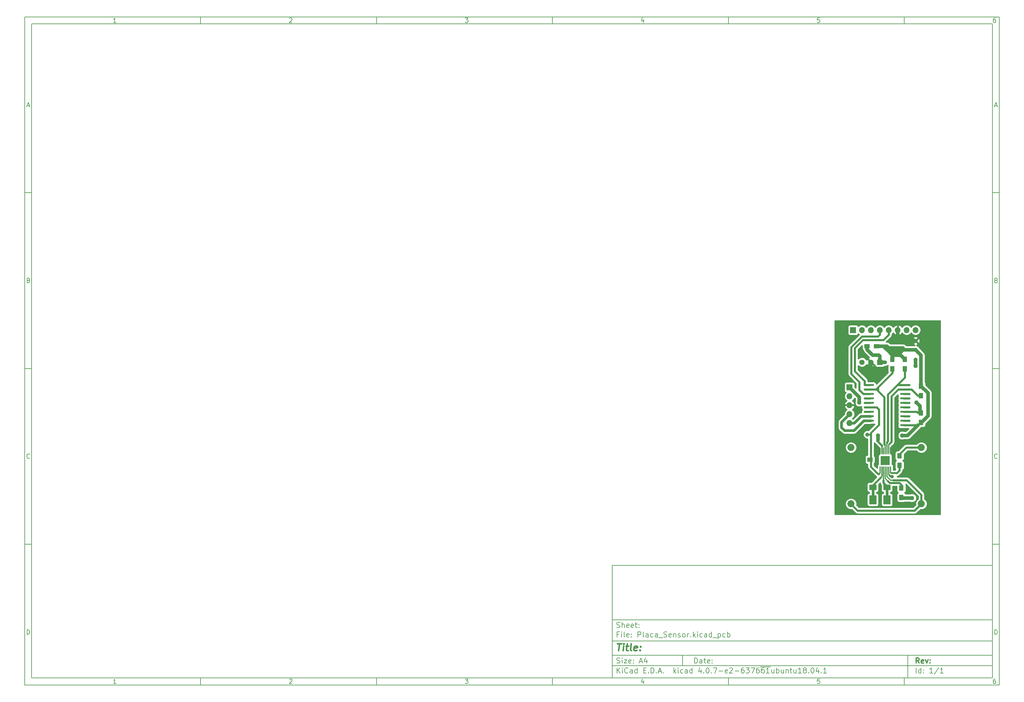
<source format=gbr>
G04 #@! TF.FileFunction,Copper,L1,Top,Signal*
%FSLAX46Y46*%
G04 Gerber Fmt 4.6, Leading zero omitted, Abs format (unit mm)*
G04 Created by KiCad (PCBNEW 4.0.7-e2-6376~61~ubuntu18.04.1) date Wed Jul 10 20:30:17 2019*
%MOMM*%
%LPD*%
G01*
G04 APERTURE LIST*
%ADD10C,0.100000*%
%ADD11C,0.150000*%
%ADD12C,0.300000*%
%ADD13C,0.400000*%
%ADD14R,1.950000X0.600000*%
%ADD15O,2.000000X2.000000*%
%ADD16R,1.500000X1.250000*%
%ADD17R,2.000000X1.600000*%
%ADD18C,1.520000*%
%ADD19R,1.520000X1.520000*%
%ADD20R,1.700000X1.700000*%
%ADD21O,1.700000X1.700000*%
%ADD22C,1.143000*%
%ADD23R,1.300000X1.500000*%
%ADD24R,0.250000X0.600000*%
%ADD25R,2.600000X2.600000*%
%ADD26R,1.500000X1.300000*%
%ADD27R,2.000000X2.500000*%
%ADD28C,1.000000*%
%ADD29C,1.250000*%
%ADD30C,0.600000*%
%ADD31C,0.500000*%
%ADD32C,0.750000*%
%ADD33C,1.000000*%
%ADD34C,0.250000*%
G04 APERTURE END LIST*
D10*
D11*
X177002200Y-166007200D02*
X177002200Y-198007200D01*
X285002200Y-198007200D01*
X285002200Y-166007200D01*
X177002200Y-166007200D01*
D10*
D11*
X10000000Y-10000000D02*
X10000000Y-200007200D01*
X287002200Y-200007200D01*
X287002200Y-10000000D01*
X10000000Y-10000000D01*
D10*
D11*
X12000000Y-12000000D02*
X12000000Y-198007200D01*
X285002200Y-198007200D01*
X285002200Y-12000000D01*
X12000000Y-12000000D01*
D10*
D11*
X60000000Y-12000000D02*
X60000000Y-10000000D01*
D10*
D11*
X110000000Y-12000000D02*
X110000000Y-10000000D01*
D10*
D11*
X160000000Y-12000000D02*
X160000000Y-10000000D01*
D10*
D11*
X210000000Y-12000000D02*
X210000000Y-10000000D01*
D10*
D11*
X260000000Y-12000000D02*
X260000000Y-10000000D01*
D10*
D11*
X35990476Y-11588095D02*
X35247619Y-11588095D01*
X35619048Y-11588095D02*
X35619048Y-10288095D01*
X35495238Y-10473810D01*
X35371429Y-10597619D01*
X35247619Y-10659524D01*
D10*
D11*
X85247619Y-10411905D02*
X85309524Y-10350000D01*
X85433333Y-10288095D01*
X85742857Y-10288095D01*
X85866667Y-10350000D01*
X85928571Y-10411905D01*
X85990476Y-10535714D01*
X85990476Y-10659524D01*
X85928571Y-10845238D01*
X85185714Y-11588095D01*
X85990476Y-11588095D01*
D10*
D11*
X135185714Y-10288095D02*
X135990476Y-10288095D01*
X135557143Y-10783333D01*
X135742857Y-10783333D01*
X135866667Y-10845238D01*
X135928571Y-10907143D01*
X135990476Y-11030952D01*
X135990476Y-11340476D01*
X135928571Y-11464286D01*
X135866667Y-11526190D01*
X135742857Y-11588095D01*
X135371429Y-11588095D01*
X135247619Y-11526190D01*
X135185714Y-11464286D01*
D10*
D11*
X185866667Y-10721429D02*
X185866667Y-11588095D01*
X185557143Y-10226190D02*
X185247619Y-11154762D01*
X186052381Y-11154762D01*
D10*
D11*
X235928571Y-10288095D02*
X235309524Y-10288095D01*
X235247619Y-10907143D01*
X235309524Y-10845238D01*
X235433333Y-10783333D01*
X235742857Y-10783333D01*
X235866667Y-10845238D01*
X235928571Y-10907143D01*
X235990476Y-11030952D01*
X235990476Y-11340476D01*
X235928571Y-11464286D01*
X235866667Y-11526190D01*
X235742857Y-11588095D01*
X235433333Y-11588095D01*
X235309524Y-11526190D01*
X235247619Y-11464286D01*
D10*
D11*
X285866667Y-10288095D02*
X285619048Y-10288095D01*
X285495238Y-10350000D01*
X285433333Y-10411905D01*
X285309524Y-10597619D01*
X285247619Y-10845238D01*
X285247619Y-11340476D01*
X285309524Y-11464286D01*
X285371429Y-11526190D01*
X285495238Y-11588095D01*
X285742857Y-11588095D01*
X285866667Y-11526190D01*
X285928571Y-11464286D01*
X285990476Y-11340476D01*
X285990476Y-11030952D01*
X285928571Y-10907143D01*
X285866667Y-10845238D01*
X285742857Y-10783333D01*
X285495238Y-10783333D01*
X285371429Y-10845238D01*
X285309524Y-10907143D01*
X285247619Y-11030952D01*
D10*
D11*
X60000000Y-198007200D02*
X60000000Y-200007200D01*
D10*
D11*
X110000000Y-198007200D02*
X110000000Y-200007200D01*
D10*
D11*
X160000000Y-198007200D02*
X160000000Y-200007200D01*
D10*
D11*
X210000000Y-198007200D02*
X210000000Y-200007200D01*
D10*
D11*
X260000000Y-198007200D02*
X260000000Y-200007200D01*
D10*
D11*
X35990476Y-199595295D02*
X35247619Y-199595295D01*
X35619048Y-199595295D02*
X35619048Y-198295295D01*
X35495238Y-198481010D01*
X35371429Y-198604819D01*
X35247619Y-198666724D01*
D10*
D11*
X85247619Y-198419105D02*
X85309524Y-198357200D01*
X85433333Y-198295295D01*
X85742857Y-198295295D01*
X85866667Y-198357200D01*
X85928571Y-198419105D01*
X85990476Y-198542914D01*
X85990476Y-198666724D01*
X85928571Y-198852438D01*
X85185714Y-199595295D01*
X85990476Y-199595295D01*
D10*
D11*
X135185714Y-198295295D02*
X135990476Y-198295295D01*
X135557143Y-198790533D01*
X135742857Y-198790533D01*
X135866667Y-198852438D01*
X135928571Y-198914343D01*
X135990476Y-199038152D01*
X135990476Y-199347676D01*
X135928571Y-199471486D01*
X135866667Y-199533390D01*
X135742857Y-199595295D01*
X135371429Y-199595295D01*
X135247619Y-199533390D01*
X135185714Y-199471486D01*
D10*
D11*
X185866667Y-198728629D02*
X185866667Y-199595295D01*
X185557143Y-198233390D02*
X185247619Y-199161962D01*
X186052381Y-199161962D01*
D10*
D11*
X235928571Y-198295295D02*
X235309524Y-198295295D01*
X235247619Y-198914343D01*
X235309524Y-198852438D01*
X235433333Y-198790533D01*
X235742857Y-198790533D01*
X235866667Y-198852438D01*
X235928571Y-198914343D01*
X235990476Y-199038152D01*
X235990476Y-199347676D01*
X235928571Y-199471486D01*
X235866667Y-199533390D01*
X235742857Y-199595295D01*
X235433333Y-199595295D01*
X235309524Y-199533390D01*
X235247619Y-199471486D01*
D10*
D11*
X285866667Y-198295295D02*
X285619048Y-198295295D01*
X285495238Y-198357200D01*
X285433333Y-198419105D01*
X285309524Y-198604819D01*
X285247619Y-198852438D01*
X285247619Y-199347676D01*
X285309524Y-199471486D01*
X285371429Y-199533390D01*
X285495238Y-199595295D01*
X285742857Y-199595295D01*
X285866667Y-199533390D01*
X285928571Y-199471486D01*
X285990476Y-199347676D01*
X285990476Y-199038152D01*
X285928571Y-198914343D01*
X285866667Y-198852438D01*
X285742857Y-198790533D01*
X285495238Y-198790533D01*
X285371429Y-198852438D01*
X285309524Y-198914343D01*
X285247619Y-199038152D01*
D10*
D11*
X10000000Y-60000000D02*
X12000000Y-60000000D01*
D10*
D11*
X10000000Y-110000000D02*
X12000000Y-110000000D01*
D10*
D11*
X10000000Y-160000000D02*
X12000000Y-160000000D01*
D10*
D11*
X10690476Y-35216667D02*
X11309524Y-35216667D01*
X10566667Y-35588095D02*
X11000000Y-34288095D01*
X11433333Y-35588095D01*
D10*
D11*
X11092857Y-84907143D02*
X11278571Y-84969048D01*
X11340476Y-85030952D01*
X11402381Y-85154762D01*
X11402381Y-85340476D01*
X11340476Y-85464286D01*
X11278571Y-85526190D01*
X11154762Y-85588095D01*
X10659524Y-85588095D01*
X10659524Y-84288095D01*
X11092857Y-84288095D01*
X11216667Y-84350000D01*
X11278571Y-84411905D01*
X11340476Y-84535714D01*
X11340476Y-84659524D01*
X11278571Y-84783333D01*
X11216667Y-84845238D01*
X11092857Y-84907143D01*
X10659524Y-84907143D01*
D10*
D11*
X11402381Y-135464286D02*
X11340476Y-135526190D01*
X11154762Y-135588095D01*
X11030952Y-135588095D01*
X10845238Y-135526190D01*
X10721429Y-135402381D01*
X10659524Y-135278571D01*
X10597619Y-135030952D01*
X10597619Y-134845238D01*
X10659524Y-134597619D01*
X10721429Y-134473810D01*
X10845238Y-134350000D01*
X11030952Y-134288095D01*
X11154762Y-134288095D01*
X11340476Y-134350000D01*
X11402381Y-134411905D01*
D10*
D11*
X10659524Y-185588095D02*
X10659524Y-184288095D01*
X10969048Y-184288095D01*
X11154762Y-184350000D01*
X11278571Y-184473810D01*
X11340476Y-184597619D01*
X11402381Y-184845238D01*
X11402381Y-185030952D01*
X11340476Y-185278571D01*
X11278571Y-185402381D01*
X11154762Y-185526190D01*
X10969048Y-185588095D01*
X10659524Y-185588095D01*
D10*
D11*
X287002200Y-60000000D02*
X285002200Y-60000000D01*
D10*
D11*
X287002200Y-110000000D02*
X285002200Y-110000000D01*
D10*
D11*
X287002200Y-160000000D02*
X285002200Y-160000000D01*
D10*
D11*
X285692676Y-35216667D02*
X286311724Y-35216667D01*
X285568867Y-35588095D02*
X286002200Y-34288095D01*
X286435533Y-35588095D01*
D10*
D11*
X286095057Y-84907143D02*
X286280771Y-84969048D01*
X286342676Y-85030952D01*
X286404581Y-85154762D01*
X286404581Y-85340476D01*
X286342676Y-85464286D01*
X286280771Y-85526190D01*
X286156962Y-85588095D01*
X285661724Y-85588095D01*
X285661724Y-84288095D01*
X286095057Y-84288095D01*
X286218867Y-84350000D01*
X286280771Y-84411905D01*
X286342676Y-84535714D01*
X286342676Y-84659524D01*
X286280771Y-84783333D01*
X286218867Y-84845238D01*
X286095057Y-84907143D01*
X285661724Y-84907143D01*
D10*
D11*
X286404581Y-135464286D02*
X286342676Y-135526190D01*
X286156962Y-135588095D01*
X286033152Y-135588095D01*
X285847438Y-135526190D01*
X285723629Y-135402381D01*
X285661724Y-135278571D01*
X285599819Y-135030952D01*
X285599819Y-134845238D01*
X285661724Y-134597619D01*
X285723629Y-134473810D01*
X285847438Y-134350000D01*
X286033152Y-134288095D01*
X286156962Y-134288095D01*
X286342676Y-134350000D01*
X286404581Y-134411905D01*
D10*
D11*
X285661724Y-185588095D02*
X285661724Y-184288095D01*
X285971248Y-184288095D01*
X286156962Y-184350000D01*
X286280771Y-184473810D01*
X286342676Y-184597619D01*
X286404581Y-184845238D01*
X286404581Y-185030952D01*
X286342676Y-185278571D01*
X286280771Y-185402381D01*
X286156962Y-185526190D01*
X285971248Y-185588095D01*
X285661724Y-185588095D01*
D10*
D11*
X200359343Y-193785771D02*
X200359343Y-192285771D01*
X200716486Y-192285771D01*
X200930771Y-192357200D01*
X201073629Y-192500057D01*
X201145057Y-192642914D01*
X201216486Y-192928629D01*
X201216486Y-193142914D01*
X201145057Y-193428629D01*
X201073629Y-193571486D01*
X200930771Y-193714343D01*
X200716486Y-193785771D01*
X200359343Y-193785771D01*
X202502200Y-193785771D02*
X202502200Y-193000057D01*
X202430771Y-192857200D01*
X202287914Y-192785771D01*
X202002200Y-192785771D01*
X201859343Y-192857200D01*
X202502200Y-193714343D02*
X202359343Y-193785771D01*
X202002200Y-193785771D01*
X201859343Y-193714343D01*
X201787914Y-193571486D01*
X201787914Y-193428629D01*
X201859343Y-193285771D01*
X202002200Y-193214343D01*
X202359343Y-193214343D01*
X202502200Y-193142914D01*
X203002200Y-192785771D02*
X203573629Y-192785771D01*
X203216486Y-192285771D02*
X203216486Y-193571486D01*
X203287914Y-193714343D01*
X203430772Y-193785771D01*
X203573629Y-193785771D01*
X204645057Y-193714343D02*
X204502200Y-193785771D01*
X204216486Y-193785771D01*
X204073629Y-193714343D01*
X204002200Y-193571486D01*
X204002200Y-193000057D01*
X204073629Y-192857200D01*
X204216486Y-192785771D01*
X204502200Y-192785771D01*
X204645057Y-192857200D01*
X204716486Y-193000057D01*
X204716486Y-193142914D01*
X204002200Y-193285771D01*
X205359343Y-193642914D02*
X205430771Y-193714343D01*
X205359343Y-193785771D01*
X205287914Y-193714343D01*
X205359343Y-193642914D01*
X205359343Y-193785771D01*
X205359343Y-192857200D02*
X205430771Y-192928629D01*
X205359343Y-193000057D01*
X205287914Y-192928629D01*
X205359343Y-192857200D01*
X205359343Y-193000057D01*
D10*
D11*
X177002200Y-194507200D02*
X285002200Y-194507200D01*
D10*
D11*
X178359343Y-196585771D02*
X178359343Y-195085771D01*
X179216486Y-196585771D02*
X178573629Y-195728629D01*
X179216486Y-195085771D02*
X178359343Y-195942914D01*
X179859343Y-196585771D02*
X179859343Y-195585771D01*
X179859343Y-195085771D02*
X179787914Y-195157200D01*
X179859343Y-195228629D01*
X179930771Y-195157200D01*
X179859343Y-195085771D01*
X179859343Y-195228629D01*
X181430772Y-196442914D02*
X181359343Y-196514343D01*
X181145057Y-196585771D01*
X181002200Y-196585771D01*
X180787915Y-196514343D01*
X180645057Y-196371486D01*
X180573629Y-196228629D01*
X180502200Y-195942914D01*
X180502200Y-195728629D01*
X180573629Y-195442914D01*
X180645057Y-195300057D01*
X180787915Y-195157200D01*
X181002200Y-195085771D01*
X181145057Y-195085771D01*
X181359343Y-195157200D01*
X181430772Y-195228629D01*
X182716486Y-196585771D02*
X182716486Y-195800057D01*
X182645057Y-195657200D01*
X182502200Y-195585771D01*
X182216486Y-195585771D01*
X182073629Y-195657200D01*
X182716486Y-196514343D02*
X182573629Y-196585771D01*
X182216486Y-196585771D01*
X182073629Y-196514343D01*
X182002200Y-196371486D01*
X182002200Y-196228629D01*
X182073629Y-196085771D01*
X182216486Y-196014343D01*
X182573629Y-196014343D01*
X182716486Y-195942914D01*
X184073629Y-196585771D02*
X184073629Y-195085771D01*
X184073629Y-196514343D02*
X183930772Y-196585771D01*
X183645058Y-196585771D01*
X183502200Y-196514343D01*
X183430772Y-196442914D01*
X183359343Y-196300057D01*
X183359343Y-195871486D01*
X183430772Y-195728629D01*
X183502200Y-195657200D01*
X183645058Y-195585771D01*
X183930772Y-195585771D01*
X184073629Y-195657200D01*
X185930772Y-195800057D02*
X186430772Y-195800057D01*
X186645058Y-196585771D02*
X185930772Y-196585771D01*
X185930772Y-195085771D01*
X186645058Y-195085771D01*
X187287915Y-196442914D02*
X187359343Y-196514343D01*
X187287915Y-196585771D01*
X187216486Y-196514343D01*
X187287915Y-196442914D01*
X187287915Y-196585771D01*
X188002201Y-196585771D02*
X188002201Y-195085771D01*
X188359344Y-195085771D01*
X188573629Y-195157200D01*
X188716487Y-195300057D01*
X188787915Y-195442914D01*
X188859344Y-195728629D01*
X188859344Y-195942914D01*
X188787915Y-196228629D01*
X188716487Y-196371486D01*
X188573629Y-196514343D01*
X188359344Y-196585771D01*
X188002201Y-196585771D01*
X189502201Y-196442914D02*
X189573629Y-196514343D01*
X189502201Y-196585771D01*
X189430772Y-196514343D01*
X189502201Y-196442914D01*
X189502201Y-196585771D01*
X190145058Y-196157200D02*
X190859344Y-196157200D01*
X190002201Y-196585771D02*
X190502201Y-195085771D01*
X191002201Y-196585771D01*
X191502201Y-196442914D02*
X191573629Y-196514343D01*
X191502201Y-196585771D01*
X191430772Y-196514343D01*
X191502201Y-196442914D01*
X191502201Y-196585771D01*
X194502201Y-196585771D02*
X194502201Y-195085771D01*
X194645058Y-196014343D02*
X195073629Y-196585771D01*
X195073629Y-195585771D02*
X194502201Y-196157200D01*
X195716487Y-196585771D02*
X195716487Y-195585771D01*
X195716487Y-195085771D02*
X195645058Y-195157200D01*
X195716487Y-195228629D01*
X195787915Y-195157200D01*
X195716487Y-195085771D01*
X195716487Y-195228629D01*
X197073630Y-196514343D02*
X196930773Y-196585771D01*
X196645059Y-196585771D01*
X196502201Y-196514343D01*
X196430773Y-196442914D01*
X196359344Y-196300057D01*
X196359344Y-195871486D01*
X196430773Y-195728629D01*
X196502201Y-195657200D01*
X196645059Y-195585771D01*
X196930773Y-195585771D01*
X197073630Y-195657200D01*
X198359344Y-196585771D02*
X198359344Y-195800057D01*
X198287915Y-195657200D01*
X198145058Y-195585771D01*
X197859344Y-195585771D01*
X197716487Y-195657200D01*
X198359344Y-196514343D02*
X198216487Y-196585771D01*
X197859344Y-196585771D01*
X197716487Y-196514343D01*
X197645058Y-196371486D01*
X197645058Y-196228629D01*
X197716487Y-196085771D01*
X197859344Y-196014343D01*
X198216487Y-196014343D01*
X198359344Y-195942914D01*
X199716487Y-196585771D02*
X199716487Y-195085771D01*
X199716487Y-196514343D02*
X199573630Y-196585771D01*
X199287916Y-196585771D01*
X199145058Y-196514343D01*
X199073630Y-196442914D01*
X199002201Y-196300057D01*
X199002201Y-195871486D01*
X199073630Y-195728629D01*
X199145058Y-195657200D01*
X199287916Y-195585771D01*
X199573630Y-195585771D01*
X199716487Y-195657200D01*
X202216487Y-195585771D02*
X202216487Y-196585771D01*
X201859344Y-195014343D02*
X201502201Y-196085771D01*
X202430773Y-196085771D01*
X203002201Y-196442914D02*
X203073629Y-196514343D01*
X203002201Y-196585771D01*
X202930772Y-196514343D01*
X203002201Y-196442914D01*
X203002201Y-196585771D01*
X204002201Y-195085771D02*
X204145058Y-195085771D01*
X204287915Y-195157200D01*
X204359344Y-195228629D01*
X204430773Y-195371486D01*
X204502201Y-195657200D01*
X204502201Y-196014343D01*
X204430773Y-196300057D01*
X204359344Y-196442914D01*
X204287915Y-196514343D01*
X204145058Y-196585771D01*
X204002201Y-196585771D01*
X203859344Y-196514343D01*
X203787915Y-196442914D01*
X203716487Y-196300057D01*
X203645058Y-196014343D01*
X203645058Y-195657200D01*
X203716487Y-195371486D01*
X203787915Y-195228629D01*
X203859344Y-195157200D01*
X204002201Y-195085771D01*
X205145058Y-196442914D02*
X205216486Y-196514343D01*
X205145058Y-196585771D01*
X205073629Y-196514343D01*
X205145058Y-196442914D01*
X205145058Y-196585771D01*
X205716487Y-195085771D02*
X206716487Y-195085771D01*
X206073630Y-196585771D01*
X207287915Y-196014343D02*
X208430772Y-196014343D01*
X209716486Y-196514343D02*
X209573629Y-196585771D01*
X209287915Y-196585771D01*
X209145058Y-196514343D01*
X209073629Y-196371486D01*
X209073629Y-195800057D01*
X209145058Y-195657200D01*
X209287915Y-195585771D01*
X209573629Y-195585771D01*
X209716486Y-195657200D01*
X209787915Y-195800057D01*
X209787915Y-195942914D01*
X209073629Y-196085771D01*
X210359343Y-195228629D02*
X210430772Y-195157200D01*
X210573629Y-195085771D01*
X210930772Y-195085771D01*
X211073629Y-195157200D01*
X211145058Y-195228629D01*
X211216486Y-195371486D01*
X211216486Y-195514343D01*
X211145058Y-195728629D01*
X210287915Y-196585771D01*
X211216486Y-196585771D01*
X211859343Y-196014343D02*
X213002200Y-196014343D01*
X214359343Y-195085771D02*
X214073629Y-195085771D01*
X213930772Y-195157200D01*
X213859343Y-195228629D01*
X213716486Y-195442914D01*
X213645057Y-195728629D01*
X213645057Y-196300057D01*
X213716486Y-196442914D01*
X213787914Y-196514343D01*
X213930772Y-196585771D01*
X214216486Y-196585771D01*
X214359343Y-196514343D01*
X214430772Y-196442914D01*
X214502200Y-196300057D01*
X214502200Y-195942914D01*
X214430772Y-195800057D01*
X214359343Y-195728629D01*
X214216486Y-195657200D01*
X213930772Y-195657200D01*
X213787914Y-195728629D01*
X213716486Y-195800057D01*
X213645057Y-195942914D01*
X215002200Y-195085771D02*
X215930771Y-195085771D01*
X215430771Y-195657200D01*
X215645057Y-195657200D01*
X215787914Y-195728629D01*
X215859343Y-195800057D01*
X215930771Y-195942914D01*
X215930771Y-196300057D01*
X215859343Y-196442914D01*
X215787914Y-196514343D01*
X215645057Y-196585771D01*
X215216485Y-196585771D01*
X215073628Y-196514343D01*
X215002200Y-196442914D01*
X216430771Y-195085771D02*
X217430771Y-195085771D01*
X216787914Y-196585771D01*
X218645056Y-195085771D02*
X218359342Y-195085771D01*
X218216485Y-195157200D01*
X218145056Y-195228629D01*
X218002199Y-195442914D01*
X217930770Y-195728629D01*
X217930770Y-196300057D01*
X218002199Y-196442914D01*
X218073627Y-196514343D01*
X218216485Y-196585771D01*
X218502199Y-196585771D01*
X218645056Y-196514343D01*
X218716485Y-196442914D01*
X218787913Y-196300057D01*
X218787913Y-195942914D01*
X218716485Y-195800057D01*
X218645056Y-195728629D01*
X218502199Y-195657200D01*
X218216485Y-195657200D01*
X218073627Y-195728629D01*
X218002199Y-195800057D01*
X217930770Y-195942914D01*
X220073627Y-195085771D02*
X219787913Y-195085771D01*
X219645056Y-195157200D01*
X219573627Y-195228629D01*
X219430770Y-195442914D01*
X219359341Y-195728629D01*
X219359341Y-196300057D01*
X219430770Y-196442914D01*
X219502198Y-196514343D01*
X219645056Y-196585771D01*
X219930770Y-196585771D01*
X220073627Y-196514343D01*
X220145056Y-196442914D01*
X220216484Y-196300057D01*
X220216484Y-195942914D01*
X220145056Y-195800057D01*
X220073627Y-195728629D01*
X219930770Y-195657200D01*
X219645056Y-195657200D01*
X219502198Y-195728629D01*
X219430770Y-195800057D01*
X219359341Y-195942914D01*
X221645055Y-196585771D02*
X220787912Y-196585771D01*
X221216484Y-196585771D02*
X221216484Y-195085771D01*
X221073627Y-195300057D01*
X220930769Y-195442914D01*
X220787912Y-195514343D01*
X219073627Y-194827200D02*
X221930769Y-194827200D01*
X222930769Y-195585771D02*
X222930769Y-196585771D01*
X222287912Y-195585771D02*
X222287912Y-196371486D01*
X222359340Y-196514343D01*
X222502198Y-196585771D01*
X222716483Y-196585771D01*
X222859340Y-196514343D01*
X222930769Y-196442914D01*
X223645055Y-196585771D02*
X223645055Y-195085771D01*
X223645055Y-195657200D02*
X223787912Y-195585771D01*
X224073626Y-195585771D01*
X224216483Y-195657200D01*
X224287912Y-195728629D01*
X224359341Y-195871486D01*
X224359341Y-196300057D01*
X224287912Y-196442914D01*
X224216483Y-196514343D01*
X224073626Y-196585771D01*
X223787912Y-196585771D01*
X223645055Y-196514343D01*
X225645055Y-195585771D02*
X225645055Y-196585771D01*
X225002198Y-195585771D02*
X225002198Y-196371486D01*
X225073626Y-196514343D01*
X225216484Y-196585771D01*
X225430769Y-196585771D01*
X225573626Y-196514343D01*
X225645055Y-196442914D01*
X226359341Y-195585771D02*
X226359341Y-196585771D01*
X226359341Y-195728629D02*
X226430769Y-195657200D01*
X226573627Y-195585771D01*
X226787912Y-195585771D01*
X226930769Y-195657200D01*
X227002198Y-195800057D01*
X227002198Y-196585771D01*
X227502198Y-195585771D02*
X228073627Y-195585771D01*
X227716484Y-195085771D02*
X227716484Y-196371486D01*
X227787912Y-196514343D01*
X227930770Y-196585771D01*
X228073627Y-196585771D01*
X229216484Y-195585771D02*
X229216484Y-196585771D01*
X228573627Y-195585771D02*
X228573627Y-196371486D01*
X228645055Y-196514343D01*
X228787913Y-196585771D01*
X229002198Y-196585771D01*
X229145055Y-196514343D01*
X229216484Y-196442914D01*
X230716484Y-196585771D02*
X229859341Y-196585771D01*
X230287913Y-196585771D02*
X230287913Y-195085771D01*
X230145056Y-195300057D01*
X230002198Y-195442914D01*
X229859341Y-195514343D01*
X231573627Y-195728629D02*
X231430769Y-195657200D01*
X231359341Y-195585771D01*
X231287912Y-195442914D01*
X231287912Y-195371486D01*
X231359341Y-195228629D01*
X231430769Y-195157200D01*
X231573627Y-195085771D01*
X231859341Y-195085771D01*
X232002198Y-195157200D01*
X232073627Y-195228629D01*
X232145055Y-195371486D01*
X232145055Y-195442914D01*
X232073627Y-195585771D01*
X232002198Y-195657200D01*
X231859341Y-195728629D01*
X231573627Y-195728629D01*
X231430769Y-195800057D01*
X231359341Y-195871486D01*
X231287912Y-196014343D01*
X231287912Y-196300057D01*
X231359341Y-196442914D01*
X231430769Y-196514343D01*
X231573627Y-196585771D01*
X231859341Y-196585771D01*
X232002198Y-196514343D01*
X232073627Y-196442914D01*
X232145055Y-196300057D01*
X232145055Y-196014343D01*
X232073627Y-195871486D01*
X232002198Y-195800057D01*
X231859341Y-195728629D01*
X232787912Y-196442914D02*
X232859340Y-196514343D01*
X232787912Y-196585771D01*
X232716483Y-196514343D01*
X232787912Y-196442914D01*
X232787912Y-196585771D01*
X233787912Y-195085771D02*
X233930769Y-195085771D01*
X234073626Y-195157200D01*
X234145055Y-195228629D01*
X234216484Y-195371486D01*
X234287912Y-195657200D01*
X234287912Y-196014343D01*
X234216484Y-196300057D01*
X234145055Y-196442914D01*
X234073626Y-196514343D01*
X233930769Y-196585771D01*
X233787912Y-196585771D01*
X233645055Y-196514343D01*
X233573626Y-196442914D01*
X233502198Y-196300057D01*
X233430769Y-196014343D01*
X233430769Y-195657200D01*
X233502198Y-195371486D01*
X233573626Y-195228629D01*
X233645055Y-195157200D01*
X233787912Y-195085771D01*
X235573626Y-195585771D02*
X235573626Y-196585771D01*
X235216483Y-195014343D02*
X234859340Y-196085771D01*
X235787912Y-196085771D01*
X236359340Y-196442914D02*
X236430768Y-196514343D01*
X236359340Y-196585771D01*
X236287911Y-196514343D01*
X236359340Y-196442914D01*
X236359340Y-196585771D01*
X237859340Y-196585771D02*
X237002197Y-196585771D01*
X237430769Y-196585771D02*
X237430769Y-195085771D01*
X237287912Y-195300057D01*
X237145054Y-195442914D01*
X237002197Y-195514343D01*
D10*
D11*
X177002200Y-191507200D02*
X285002200Y-191507200D01*
D10*
D12*
X264216486Y-193785771D02*
X263716486Y-193071486D01*
X263359343Y-193785771D02*
X263359343Y-192285771D01*
X263930771Y-192285771D01*
X264073629Y-192357200D01*
X264145057Y-192428629D01*
X264216486Y-192571486D01*
X264216486Y-192785771D01*
X264145057Y-192928629D01*
X264073629Y-193000057D01*
X263930771Y-193071486D01*
X263359343Y-193071486D01*
X265430771Y-193714343D02*
X265287914Y-193785771D01*
X265002200Y-193785771D01*
X264859343Y-193714343D01*
X264787914Y-193571486D01*
X264787914Y-193000057D01*
X264859343Y-192857200D01*
X265002200Y-192785771D01*
X265287914Y-192785771D01*
X265430771Y-192857200D01*
X265502200Y-193000057D01*
X265502200Y-193142914D01*
X264787914Y-193285771D01*
X266002200Y-192785771D02*
X266359343Y-193785771D01*
X266716485Y-192785771D01*
X267287914Y-193642914D02*
X267359342Y-193714343D01*
X267287914Y-193785771D01*
X267216485Y-193714343D01*
X267287914Y-193642914D01*
X267287914Y-193785771D01*
X267287914Y-192857200D02*
X267359342Y-192928629D01*
X267287914Y-193000057D01*
X267216485Y-192928629D01*
X267287914Y-192857200D01*
X267287914Y-193000057D01*
D10*
D11*
X178287914Y-193714343D02*
X178502200Y-193785771D01*
X178859343Y-193785771D01*
X179002200Y-193714343D01*
X179073629Y-193642914D01*
X179145057Y-193500057D01*
X179145057Y-193357200D01*
X179073629Y-193214343D01*
X179002200Y-193142914D01*
X178859343Y-193071486D01*
X178573629Y-193000057D01*
X178430771Y-192928629D01*
X178359343Y-192857200D01*
X178287914Y-192714343D01*
X178287914Y-192571486D01*
X178359343Y-192428629D01*
X178430771Y-192357200D01*
X178573629Y-192285771D01*
X178930771Y-192285771D01*
X179145057Y-192357200D01*
X179787914Y-193785771D02*
X179787914Y-192785771D01*
X179787914Y-192285771D02*
X179716485Y-192357200D01*
X179787914Y-192428629D01*
X179859342Y-192357200D01*
X179787914Y-192285771D01*
X179787914Y-192428629D01*
X180359343Y-192785771D02*
X181145057Y-192785771D01*
X180359343Y-193785771D01*
X181145057Y-193785771D01*
X182287914Y-193714343D02*
X182145057Y-193785771D01*
X181859343Y-193785771D01*
X181716486Y-193714343D01*
X181645057Y-193571486D01*
X181645057Y-193000057D01*
X181716486Y-192857200D01*
X181859343Y-192785771D01*
X182145057Y-192785771D01*
X182287914Y-192857200D01*
X182359343Y-193000057D01*
X182359343Y-193142914D01*
X181645057Y-193285771D01*
X183002200Y-193642914D02*
X183073628Y-193714343D01*
X183002200Y-193785771D01*
X182930771Y-193714343D01*
X183002200Y-193642914D01*
X183002200Y-193785771D01*
X183002200Y-192857200D02*
X183073628Y-192928629D01*
X183002200Y-193000057D01*
X182930771Y-192928629D01*
X183002200Y-192857200D01*
X183002200Y-193000057D01*
X184787914Y-193357200D02*
X185502200Y-193357200D01*
X184645057Y-193785771D02*
X185145057Y-192285771D01*
X185645057Y-193785771D01*
X186787914Y-192785771D02*
X186787914Y-193785771D01*
X186430771Y-192214343D02*
X186073628Y-193285771D01*
X187002200Y-193285771D01*
D10*
D11*
X263359343Y-196585771D02*
X263359343Y-195085771D01*
X264716486Y-196585771D02*
X264716486Y-195085771D01*
X264716486Y-196514343D02*
X264573629Y-196585771D01*
X264287915Y-196585771D01*
X264145057Y-196514343D01*
X264073629Y-196442914D01*
X264002200Y-196300057D01*
X264002200Y-195871486D01*
X264073629Y-195728629D01*
X264145057Y-195657200D01*
X264287915Y-195585771D01*
X264573629Y-195585771D01*
X264716486Y-195657200D01*
X265430772Y-196442914D02*
X265502200Y-196514343D01*
X265430772Y-196585771D01*
X265359343Y-196514343D01*
X265430772Y-196442914D01*
X265430772Y-196585771D01*
X265430772Y-195657200D02*
X265502200Y-195728629D01*
X265430772Y-195800057D01*
X265359343Y-195728629D01*
X265430772Y-195657200D01*
X265430772Y-195800057D01*
X268073629Y-196585771D02*
X267216486Y-196585771D01*
X267645058Y-196585771D02*
X267645058Y-195085771D01*
X267502201Y-195300057D01*
X267359343Y-195442914D01*
X267216486Y-195514343D01*
X269787914Y-195014343D02*
X268502200Y-196942914D01*
X271073629Y-196585771D02*
X270216486Y-196585771D01*
X270645058Y-196585771D02*
X270645058Y-195085771D01*
X270502201Y-195300057D01*
X270359343Y-195442914D01*
X270216486Y-195514343D01*
D10*
D11*
X177002200Y-187507200D02*
X285002200Y-187507200D01*
D10*
D13*
X178454581Y-188211962D02*
X179597438Y-188211962D01*
X178776010Y-190211962D02*
X179026010Y-188211962D01*
X180014105Y-190211962D02*
X180180771Y-188878629D01*
X180264105Y-188211962D02*
X180156962Y-188307200D01*
X180240295Y-188402438D01*
X180347439Y-188307200D01*
X180264105Y-188211962D01*
X180240295Y-188402438D01*
X180847438Y-188878629D02*
X181609343Y-188878629D01*
X181216486Y-188211962D02*
X181002200Y-189926248D01*
X181073630Y-190116724D01*
X181252201Y-190211962D01*
X181442677Y-190211962D01*
X182395058Y-190211962D02*
X182216487Y-190116724D01*
X182145057Y-189926248D01*
X182359343Y-188211962D01*
X183930772Y-190116724D02*
X183728391Y-190211962D01*
X183347439Y-190211962D01*
X183168867Y-190116724D01*
X183097438Y-189926248D01*
X183192676Y-189164343D01*
X183311724Y-188973867D01*
X183514105Y-188878629D01*
X183895057Y-188878629D01*
X184073629Y-188973867D01*
X184145057Y-189164343D01*
X184121248Y-189354819D01*
X183145057Y-189545295D01*
X184895057Y-190021486D02*
X184978392Y-190116724D01*
X184871248Y-190211962D01*
X184787915Y-190116724D01*
X184895057Y-190021486D01*
X184871248Y-190211962D01*
X185026010Y-188973867D02*
X185109344Y-189069105D01*
X185002200Y-189164343D01*
X184918867Y-189069105D01*
X185026010Y-188973867D01*
X185002200Y-189164343D01*
D10*
D11*
X178859343Y-185600057D02*
X178359343Y-185600057D01*
X178359343Y-186385771D02*
X178359343Y-184885771D01*
X179073629Y-184885771D01*
X179645057Y-186385771D02*
X179645057Y-185385771D01*
X179645057Y-184885771D02*
X179573628Y-184957200D01*
X179645057Y-185028629D01*
X179716485Y-184957200D01*
X179645057Y-184885771D01*
X179645057Y-185028629D01*
X180573629Y-186385771D02*
X180430771Y-186314343D01*
X180359343Y-186171486D01*
X180359343Y-184885771D01*
X181716485Y-186314343D02*
X181573628Y-186385771D01*
X181287914Y-186385771D01*
X181145057Y-186314343D01*
X181073628Y-186171486D01*
X181073628Y-185600057D01*
X181145057Y-185457200D01*
X181287914Y-185385771D01*
X181573628Y-185385771D01*
X181716485Y-185457200D01*
X181787914Y-185600057D01*
X181787914Y-185742914D01*
X181073628Y-185885771D01*
X182430771Y-186242914D02*
X182502199Y-186314343D01*
X182430771Y-186385771D01*
X182359342Y-186314343D01*
X182430771Y-186242914D01*
X182430771Y-186385771D01*
X182430771Y-185457200D02*
X182502199Y-185528629D01*
X182430771Y-185600057D01*
X182359342Y-185528629D01*
X182430771Y-185457200D01*
X182430771Y-185600057D01*
X184287914Y-186385771D02*
X184287914Y-184885771D01*
X184859342Y-184885771D01*
X185002200Y-184957200D01*
X185073628Y-185028629D01*
X185145057Y-185171486D01*
X185145057Y-185385771D01*
X185073628Y-185528629D01*
X185002200Y-185600057D01*
X184859342Y-185671486D01*
X184287914Y-185671486D01*
X186002200Y-186385771D02*
X185859342Y-186314343D01*
X185787914Y-186171486D01*
X185787914Y-184885771D01*
X187216485Y-186385771D02*
X187216485Y-185600057D01*
X187145056Y-185457200D01*
X187002199Y-185385771D01*
X186716485Y-185385771D01*
X186573628Y-185457200D01*
X187216485Y-186314343D02*
X187073628Y-186385771D01*
X186716485Y-186385771D01*
X186573628Y-186314343D01*
X186502199Y-186171486D01*
X186502199Y-186028629D01*
X186573628Y-185885771D01*
X186716485Y-185814343D01*
X187073628Y-185814343D01*
X187216485Y-185742914D01*
X188573628Y-186314343D02*
X188430771Y-186385771D01*
X188145057Y-186385771D01*
X188002199Y-186314343D01*
X187930771Y-186242914D01*
X187859342Y-186100057D01*
X187859342Y-185671486D01*
X187930771Y-185528629D01*
X188002199Y-185457200D01*
X188145057Y-185385771D01*
X188430771Y-185385771D01*
X188573628Y-185457200D01*
X189859342Y-186385771D02*
X189859342Y-185600057D01*
X189787913Y-185457200D01*
X189645056Y-185385771D01*
X189359342Y-185385771D01*
X189216485Y-185457200D01*
X189859342Y-186314343D02*
X189716485Y-186385771D01*
X189359342Y-186385771D01*
X189216485Y-186314343D01*
X189145056Y-186171486D01*
X189145056Y-186028629D01*
X189216485Y-185885771D01*
X189359342Y-185814343D01*
X189716485Y-185814343D01*
X189859342Y-185742914D01*
X190216485Y-186528629D02*
X191359342Y-186528629D01*
X191645056Y-186314343D02*
X191859342Y-186385771D01*
X192216485Y-186385771D01*
X192359342Y-186314343D01*
X192430771Y-186242914D01*
X192502199Y-186100057D01*
X192502199Y-185957200D01*
X192430771Y-185814343D01*
X192359342Y-185742914D01*
X192216485Y-185671486D01*
X191930771Y-185600057D01*
X191787913Y-185528629D01*
X191716485Y-185457200D01*
X191645056Y-185314343D01*
X191645056Y-185171486D01*
X191716485Y-185028629D01*
X191787913Y-184957200D01*
X191930771Y-184885771D01*
X192287913Y-184885771D01*
X192502199Y-184957200D01*
X193716484Y-186314343D02*
X193573627Y-186385771D01*
X193287913Y-186385771D01*
X193145056Y-186314343D01*
X193073627Y-186171486D01*
X193073627Y-185600057D01*
X193145056Y-185457200D01*
X193287913Y-185385771D01*
X193573627Y-185385771D01*
X193716484Y-185457200D01*
X193787913Y-185600057D01*
X193787913Y-185742914D01*
X193073627Y-185885771D01*
X194430770Y-185385771D02*
X194430770Y-186385771D01*
X194430770Y-185528629D02*
X194502198Y-185457200D01*
X194645056Y-185385771D01*
X194859341Y-185385771D01*
X195002198Y-185457200D01*
X195073627Y-185600057D01*
X195073627Y-186385771D01*
X195716484Y-186314343D02*
X195859341Y-186385771D01*
X196145056Y-186385771D01*
X196287913Y-186314343D01*
X196359341Y-186171486D01*
X196359341Y-186100057D01*
X196287913Y-185957200D01*
X196145056Y-185885771D01*
X195930770Y-185885771D01*
X195787913Y-185814343D01*
X195716484Y-185671486D01*
X195716484Y-185600057D01*
X195787913Y-185457200D01*
X195930770Y-185385771D01*
X196145056Y-185385771D01*
X196287913Y-185457200D01*
X197216485Y-186385771D02*
X197073627Y-186314343D01*
X197002199Y-186242914D01*
X196930770Y-186100057D01*
X196930770Y-185671486D01*
X197002199Y-185528629D01*
X197073627Y-185457200D01*
X197216485Y-185385771D01*
X197430770Y-185385771D01*
X197573627Y-185457200D01*
X197645056Y-185528629D01*
X197716485Y-185671486D01*
X197716485Y-186100057D01*
X197645056Y-186242914D01*
X197573627Y-186314343D01*
X197430770Y-186385771D01*
X197216485Y-186385771D01*
X198359342Y-186385771D02*
X198359342Y-185385771D01*
X198359342Y-185671486D02*
X198430770Y-185528629D01*
X198502199Y-185457200D01*
X198645056Y-185385771D01*
X198787913Y-185385771D01*
X199287913Y-186242914D02*
X199359341Y-186314343D01*
X199287913Y-186385771D01*
X199216484Y-186314343D01*
X199287913Y-186242914D01*
X199287913Y-186385771D01*
X200002199Y-186385771D02*
X200002199Y-184885771D01*
X200145056Y-185814343D02*
X200573627Y-186385771D01*
X200573627Y-185385771D02*
X200002199Y-185957200D01*
X201216485Y-186385771D02*
X201216485Y-185385771D01*
X201216485Y-184885771D02*
X201145056Y-184957200D01*
X201216485Y-185028629D01*
X201287913Y-184957200D01*
X201216485Y-184885771D01*
X201216485Y-185028629D01*
X202573628Y-186314343D02*
X202430771Y-186385771D01*
X202145057Y-186385771D01*
X202002199Y-186314343D01*
X201930771Y-186242914D01*
X201859342Y-186100057D01*
X201859342Y-185671486D01*
X201930771Y-185528629D01*
X202002199Y-185457200D01*
X202145057Y-185385771D01*
X202430771Y-185385771D01*
X202573628Y-185457200D01*
X203859342Y-186385771D02*
X203859342Y-185600057D01*
X203787913Y-185457200D01*
X203645056Y-185385771D01*
X203359342Y-185385771D01*
X203216485Y-185457200D01*
X203859342Y-186314343D02*
X203716485Y-186385771D01*
X203359342Y-186385771D01*
X203216485Y-186314343D01*
X203145056Y-186171486D01*
X203145056Y-186028629D01*
X203216485Y-185885771D01*
X203359342Y-185814343D01*
X203716485Y-185814343D01*
X203859342Y-185742914D01*
X205216485Y-186385771D02*
X205216485Y-184885771D01*
X205216485Y-186314343D02*
X205073628Y-186385771D01*
X204787914Y-186385771D01*
X204645056Y-186314343D01*
X204573628Y-186242914D01*
X204502199Y-186100057D01*
X204502199Y-185671486D01*
X204573628Y-185528629D01*
X204645056Y-185457200D01*
X204787914Y-185385771D01*
X205073628Y-185385771D01*
X205216485Y-185457200D01*
X205573628Y-186528629D02*
X206716485Y-186528629D01*
X207073628Y-185385771D02*
X207073628Y-186885771D01*
X207073628Y-185457200D02*
X207216485Y-185385771D01*
X207502199Y-185385771D01*
X207645056Y-185457200D01*
X207716485Y-185528629D01*
X207787914Y-185671486D01*
X207787914Y-186100057D01*
X207716485Y-186242914D01*
X207645056Y-186314343D01*
X207502199Y-186385771D01*
X207216485Y-186385771D01*
X207073628Y-186314343D01*
X209073628Y-186314343D02*
X208930771Y-186385771D01*
X208645057Y-186385771D01*
X208502199Y-186314343D01*
X208430771Y-186242914D01*
X208359342Y-186100057D01*
X208359342Y-185671486D01*
X208430771Y-185528629D01*
X208502199Y-185457200D01*
X208645057Y-185385771D01*
X208930771Y-185385771D01*
X209073628Y-185457200D01*
X209716485Y-186385771D02*
X209716485Y-184885771D01*
X209716485Y-185457200D02*
X209859342Y-185385771D01*
X210145056Y-185385771D01*
X210287913Y-185457200D01*
X210359342Y-185528629D01*
X210430771Y-185671486D01*
X210430771Y-186100057D01*
X210359342Y-186242914D01*
X210287913Y-186314343D01*
X210145056Y-186385771D01*
X209859342Y-186385771D01*
X209716485Y-186314343D01*
D10*
D11*
X177002200Y-181507200D02*
X285002200Y-181507200D01*
D10*
D11*
X178287914Y-183614343D02*
X178502200Y-183685771D01*
X178859343Y-183685771D01*
X179002200Y-183614343D01*
X179073629Y-183542914D01*
X179145057Y-183400057D01*
X179145057Y-183257200D01*
X179073629Y-183114343D01*
X179002200Y-183042914D01*
X178859343Y-182971486D01*
X178573629Y-182900057D01*
X178430771Y-182828629D01*
X178359343Y-182757200D01*
X178287914Y-182614343D01*
X178287914Y-182471486D01*
X178359343Y-182328629D01*
X178430771Y-182257200D01*
X178573629Y-182185771D01*
X178930771Y-182185771D01*
X179145057Y-182257200D01*
X179787914Y-183685771D02*
X179787914Y-182185771D01*
X180430771Y-183685771D02*
X180430771Y-182900057D01*
X180359342Y-182757200D01*
X180216485Y-182685771D01*
X180002200Y-182685771D01*
X179859342Y-182757200D01*
X179787914Y-182828629D01*
X181716485Y-183614343D02*
X181573628Y-183685771D01*
X181287914Y-183685771D01*
X181145057Y-183614343D01*
X181073628Y-183471486D01*
X181073628Y-182900057D01*
X181145057Y-182757200D01*
X181287914Y-182685771D01*
X181573628Y-182685771D01*
X181716485Y-182757200D01*
X181787914Y-182900057D01*
X181787914Y-183042914D01*
X181073628Y-183185771D01*
X183002199Y-183614343D02*
X182859342Y-183685771D01*
X182573628Y-183685771D01*
X182430771Y-183614343D01*
X182359342Y-183471486D01*
X182359342Y-182900057D01*
X182430771Y-182757200D01*
X182573628Y-182685771D01*
X182859342Y-182685771D01*
X183002199Y-182757200D01*
X183073628Y-182900057D01*
X183073628Y-183042914D01*
X182359342Y-183185771D01*
X183502199Y-182685771D02*
X184073628Y-182685771D01*
X183716485Y-182185771D02*
X183716485Y-183471486D01*
X183787913Y-183614343D01*
X183930771Y-183685771D01*
X184073628Y-183685771D01*
X184573628Y-183542914D02*
X184645056Y-183614343D01*
X184573628Y-183685771D01*
X184502199Y-183614343D01*
X184573628Y-183542914D01*
X184573628Y-183685771D01*
X184573628Y-182757200D02*
X184645056Y-182828629D01*
X184573628Y-182900057D01*
X184502199Y-182828629D01*
X184573628Y-182757200D01*
X184573628Y-182900057D01*
D10*
D11*
X197002200Y-191507200D02*
X197002200Y-194507200D01*
D10*
D11*
X261002200Y-191507200D02*
X261002200Y-198007200D01*
D14*
X259779500Y-126111000D03*
X259779500Y-124841000D03*
X259779500Y-123571000D03*
X259779500Y-122301000D03*
X259779500Y-121031000D03*
X259779500Y-119761000D03*
X259779500Y-118491000D03*
X259779500Y-117221000D03*
X259779500Y-115951000D03*
X259779500Y-114681000D03*
X250379500Y-114681000D03*
X250379500Y-115951000D03*
X250379500Y-117221000D03*
X250379500Y-118491000D03*
X250379500Y-119761000D03*
X250379500Y-121031000D03*
X250379500Y-122301000D03*
X250379500Y-123571000D03*
X250379500Y-124841000D03*
X250379500Y-126111000D03*
D15*
X244825500Y-148462000D03*
X244825500Y-132462000D03*
X264825500Y-132462000D03*
X264825500Y-148462000D03*
D16*
X250233500Y-135890000D03*
X247733500Y-135890000D03*
D17*
X255047500Y-143764000D03*
X251047500Y-143764000D03*
D18*
X250507500Y-108204000D03*
X247967500Y-108204000D03*
D19*
X253047500Y-108204000D03*
D20*
X244411500Y-115316000D03*
D21*
X244411500Y-117856000D03*
X244411500Y-120396000D03*
X244411500Y-122936000D03*
X244411500Y-125476000D03*
D22*
X249491500Y-128778000D03*
X263207500Y-102108000D03*
X263207500Y-107442000D03*
D23*
X260159500Y-107362000D03*
X260159500Y-110062000D03*
X256603500Y-107362000D03*
X256603500Y-110062000D03*
X264731500Y-122602000D03*
X264731500Y-125302000D03*
X258635500Y-134794000D03*
X258635500Y-137494000D03*
X264731500Y-114982000D03*
X264731500Y-117682000D03*
D24*
X256071500Y-138044000D03*
X255571500Y-138044000D03*
X255071500Y-138044000D03*
X254571500Y-138044000D03*
X254071500Y-138044000D03*
X253571500Y-138044000D03*
X253071500Y-138044000D03*
X253071500Y-134244000D03*
X253571500Y-134244000D03*
X254071500Y-134244000D03*
X254571500Y-134244000D03*
X255071500Y-134244000D03*
X255571500Y-134244000D03*
X256071500Y-134244000D03*
D25*
X254571500Y-136169000D03*
D26*
X252111500Y-103632000D03*
X249411500Y-103632000D03*
D20*
X245427500Y-99060000D03*
D21*
X247967500Y-99060000D03*
X250507500Y-99060000D03*
X253047500Y-99060000D03*
X255587500Y-99060000D03*
X258127500Y-99060000D03*
X260667500Y-99060000D03*
X263207500Y-99060000D03*
D23*
X259143500Y-146638000D03*
X259143500Y-143938000D03*
D27*
X255047500Y-147320000D03*
X251047500Y-147320000D03*
D22*
X263207500Y-104648000D03*
D28*
X247777000Y-132461000D03*
X251815600Y-132435600D03*
D29*
X250507500Y-112268000D03*
X262191500Y-146812000D03*
X263207500Y-109220000D03*
X247205500Y-119634000D03*
X263461500Y-119634000D03*
X256603500Y-105156000D03*
X259397500Y-129032000D03*
X252539500Y-129032000D03*
D28*
X256489200Y-140766800D03*
D12*
X253071500Y-139748000D02*
X253075500Y-139752000D01*
X253071500Y-139700000D02*
X253071500Y-139748000D01*
X253071500Y-138044000D02*
X253071500Y-139700000D01*
D30*
X248730500Y-121031000D02*
X250317000Y-121031000D01*
X252158500Y-121031000D02*
X250379500Y-121031000D01*
X252793500Y-121666000D02*
X252158500Y-121031000D01*
X252793500Y-125984000D02*
X252793500Y-121666000D01*
X250507500Y-128270000D02*
X252793500Y-125984000D01*
X250507500Y-128778000D02*
X250507500Y-128270000D01*
X250507500Y-129286000D02*
X250507500Y-128778000D01*
X250507500Y-136164000D02*
X250507500Y-129286000D01*
D12*
X253047500Y-139700000D02*
X253071500Y-139700000D01*
D30*
X252031500Y-139446000D02*
X250507500Y-137922000D01*
D12*
X252793500Y-139954000D02*
X252539500Y-139954000D01*
X253047500Y-139700000D02*
X252793500Y-139954000D01*
D30*
X250507500Y-137394000D02*
X250507500Y-137414000D01*
X250507500Y-137414000D02*
X250507500Y-137922000D01*
X250507500Y-136164000D02*
X250507500Y-137394000D01*
D31*
X249491500Y-128778000D02*
X250507500Y-128778000D01*
D30*
X252539500Y-139954000D02*
X252793500Y-139954000D01*
X252031500Y-139446000D02*
X252539500Y-139954000D01*
D32*
X252526800Y-132435600D02*
X251815600Y-132435600D01*
X247733500Y-132504500D02*
X247733500Y-135890000D01*
X247733500Y-132504500D02*
X247777000Y-132461000D01*
D12*
X253071500Y-132739000D02*
X253071500Y-134244000D01*
X253071500Y-132739000D02*
X252768100Y-132435600D01*
X256071500Y-132588000D02*
X256071500Y-134148000D01*
X256071500Y-132444000D02*
X256071500Y-132588000D01*
X256071500Y-134148000D02*
X256075500Y-134152000D01*
X253071500Y-134148000D02*
X253075500Y-134152000D01*
D30*
X248730500Y-126111000D02*
X250317000Y-126111000D01*
D33*
X250507500Y-108204000D02*
X250507500Y-112268000D01*
X259397500Y-102108000D02*
X258127500Y-100838000D01*
X258127500Y-100838000D02*
X258127500Y-99060000D01*
X263207500Y-102108000D02*
X259397500Y-102108000D01*
X249411500Y-104568000D02*
X251015500Y-106172000D01*
X251015500Y-106172000D02*
X252793500Y-106172000D01*
X252793500Y-106172000D02*
X253047500Y-106426000D01*
X253047500Y-106426000D02*
X253047500Y-108204000D01*
X249411500Y-103632000D02*
X249411500Y-104568000D01*
X253047500Y-108204000D02*
X254571500Y-108204000D01*
X259317500Y-146812000D02*
X262191500Y-146812000D01*
X259143500Y-146638000D02*
X259317500Y-146812000D01*
X263207500Y-109220000D02*
X263207500Y-107442000D01*
D30*
X259779500Y-122301000D02*
X261366000Y-122301000D01*
X263889500Y-122602000D02*
X263588500Y-122301000D01*
X263588500Y-122301000D02*
X259779500Y-122301000D01*
X264731500Y-122602000D02*
X263889500Y-122602000D01*
D33*
X264477500Y-122348000D02*
X264731500Y-122602000D01*
X247205500Y-118110000D02*
X247205500Y-119634000D01*
X263461500Y-119634000D02*
X264477500Y-120650000D01*
X264477500Y-120650000D02*
X264477500Y-122348000D01*
X244411500Y-115316000D02*
X247205500Y-118110000D01*
X264731500Y-125302000D02*
X264842000Y-125302000D01*
X264842000Y-125302000D02*
X266700000Y-123444000D01*
X266700000Y-116950500D02*
X264731500Y-114982000D01*
X266700000Y-123444000D02*
X266700000Y-116950500D01*
X264731500Y-114982000D02*
X264731500Y-106172000D01*
X264731500Y-106172000D02*
X263207500Y-104648000D01*
D12*
X253571500Y-134148000D02*
X253575500Y-134152000D01*
D30*
X259779500Y-126111000D02*
X261366000Y-126111000D01*
D12*
X253571500Y-134148000D02*
X253571500Y-132444000D01*
X253571500Y-131842000D02*
X253555500Y-131826000D01*
X253571500Y-132143500D02*
X253571500Y-131842000D01*
X253571500Y-132444000D02*
X253571500Y-132143500D01*
X253571500Y-131842000D02*
X252285500Y-130556000D01*
D30*
X252285500Y-130556000D02*
X253571500Y-131842000D01*
X262699500Y-126111000D02*
X261366000Y-126111000D01*
X263842500Y-126111000D02*
X262699500Y-126111000D01*
X264651500Y-125302000D02*
X263842500Y-126111000D01*
X264731500Y-125302000D02*
X264651500Y-125302000D01*
D33*
X256603500Y-106172000D02*
X256603500Y-106172000D01*
X255460500Y-105029000D02*
X256603500Y-106172000D01*
X254571500Y-104140000D02*
X255460500Y-105029000D01*
X254063500Y-103632000D02*
X254571500Y-104140000D01*
X256603500Y-106172000D02*
X256603500Y-107362000D01*
X252111500Y-103632000D02*
X254063500Y-103632000D01*
X258969500Y-106172000D02*
X260159500Y-107362000D01*
X258127500Y-106172000D02*
X258969500Y-106172000D01*
X256603500Y-106172000D02*
X258127500Y-106172000D01*
X258381500Y-105918000D02*
X258127500Y-106172000D01*
X259651500Y-104648000D02*
X258381500Y-105918000D01*
X259397500Y-104648000D02*
X259651500Y-104648000D01*
X263207500Y-104648000D02*
X261620000Y-104648000D01*
X261620000Y-104648000D02*
X259397500Y-104648000D01*
X254571500Y-103886000D02*
X254571500Y-104140000D01*
X254317500Y-103632000D02*
X254571500Y-103886000D01*
X254063500Y-103632000D02*
X254317500Y-103632000D01*
X255079500Y-103632000D02*
X254063500Y-103632000D01*
X258381500Y-104140000D02*
X259651500Y-104140000D01*
X257619500Y-104140000D02*
X258381500Y-104140000D01*
X256603500Y-104140000D02*
X257619500Y-104140000D01*
X255587500Y-104140000D02*
X256603500Y-104140000D01*
X255079500Y-103632000D02*
X255587500Y-104140000D01*
X257619500Y-104140000D02*
X257619500Y-105664000D01*
X256603500Y-105664000D02*
X256603500Y-106172000D01*
X256603500Y-106172000D02*
X256603500Y-105664000D01*
X256603500Y-104140000D02*
X256603500Y-106172000D01*
X258381500Y-105664000D02*
X258381500Y-105918000D01*
X258381500Y-105918000D02*
X258381500Y-105664000D01*
X258381500Y-104140000D02*
X258381500Y-105918000D01*
X256603500Y-104902000D02*
X259397500Y-104902000D01*
X255587500Y-104902000D02*
X256603500Y-104902000D01*
X259397500Y-104902000D02*
X259397500Y-104648000D01*
X255460500Y-105029000D02*
X255587500Y-104902000D01*
X256603500Y-105156000D02*
X256603500Y-104902000D01*
X256603500Y-104902000D02*
X256603500Y-105156000D01*
X256603500Y-105156000D02*
X256603500Y-104902000D01*
X260921500Y-129032000D02*
X259397500Y-129032000D01*
X252539500Y-129032000D02*
X252539500Y-130302000D01*
X263842500Y-126111000D02*
X260921500Y-129032000D01*
D30*
X253606300Y-132143500D02*
X253571500Y-132143500D01*
X253606300Y-132140960D02*
X253606300Y-132143500D01*
X253571500Y-132106160D02*
X253606300Y-132140960D01*
X253571500Y-131842000D02*
X253571500Y-132106160D01*
D32*
X250379500Y-124841000D02*
X248412000Y-124841000D01*
X242125500Y-125222000D02*
X244411500Y-122936000D01*
X242125500Y-126746000D02*
X242125500Y-125222000D01*
X243014500Y-127635000D02*
X242125500Y-126746000D01*
X245618000Y-127635000D02*
X243014500Y-127635000D01*
X248412000Y-124841000D02*
X245618000Y-127635000D01*
X244411500Y-125476000D02*
X245745000Y-125476000D01*
X247650000Y-123571000D02*
X250379500Y-123571000D01*
X245745000Y-125476000D02*
X247650000Y-123571000D01*
D30*
X248983500Y-117221000D02*
X250317000Y-117221000D01*
X248730500Y-117221000D02*
X248983500Y-117221000D01*
X248348500Y-117221000D02*
X247205500Y-116078000D01*
X247205500Y-116078000D02*
X247205500Y-113792000D01*
X247205500Y-113792000D02*
X244919500Y-111506000D01*
X244919500Y-111506000D02*
X244919500Y-103886000D01*
X244919500Y-103886000D02*
X247967500Y-100838000D01*
X247967500Y-100838000D02*
X252539500Y-100838000D01*
X252539500Y-100838000D02*
X253047500Y-100330000D01*
X253047500Y-100330000D02*
X253047500Y-99060000D01*
X248983500Y-117221000D02*
X248348500Y-117221000D01*
X248730500Y-113539000D02*
X245935500Y-110744000D01*
X245935500Y-110744000D02*
X245935500Y-104140000D01*
X245935500Y-104140000D02*
X248221500Y-101854000D01*
X248221500Y-101854000D02*
X254063500Y-101854000D01*
X254063500Y-101854000D02*
X255587500Y-100330000D01*
X255587500Y-100330000D02*
X255587500Y-99060000D01*
X250317000Y-114681000D02*
X248730500Y-114681000D01*
X248730500Y-114681000D02*
X248730500Y-113539000D01*
D12*
X255071500Y-134148000D02*
X255075500Y-134152000D01*
D30*
X259779500Y-114681000D02*
X261366000Y-114681000D01*
X258000500Y-114681000D02*
X257619500Y-115062000D01*
X259779500Y-114681000D02*
X258000500Y-114681000D01*
X260159500Y-112522000D02*
X257619500Y-115062000D01*
X260159500Y-110062000D02*
X260159500Y-112522000D01*
D12*
X255071500Y-130894200D02*
X255079500Y-130886200D01*
X255071500Y-131208400D02*
X255071500Y-130894200D01*
X255071500Y-134244000D02*
X255071500Y-131208400D01*
D30*
X255333500Y-130632200D02*
X255071500Y-130894200D01*
X255333500Y-117348000D02*
X255333500Y-130632200D01*
X257619500Y-115062000D02*
X255333500Y-117348000D01*
X255071500Y-130894200D02*
X255071500Y-131208400D01*
X255333500Y-130632200D02*
X255071500Y-130894200D01*
D12*
X254571500Y-134148000D02*
X254575500Y-134152000D01*
D30*
X248730500Y-115951000D02*
X250317000Y-115951000D01*
D12*
X254571500Y-132444000D02*
X254571500Y-132588000D01*
X254571500Y-132588000D02*
X254571500Y-134148000D01*
X254571500Y-132444000D02*
X254571500Y-131572000D01*
D30*
X254317500Y-131130040D02*
X254317500Y-131318000D01*
X254317500Y-118110000D02*
X254317500Y-131130040D01*
D12*
X254571500Y-131572000D02*
X254317500Y-131318000D01*
D30*
X252539500Y-116332000D02*
X254317500Y-118110000D01*
X252158500Y-115951000D02*
X252539500Y-116332000D01*
X251904500Y-115951000D02*
X252158500Y-115951000D01*
X250379500Y-115951000D02*
X251904500Y-115951000D01*
X252539500Y-115316000D02*
X251904500Y-115951000D01*
X256603500Y-111252000D02*
X252539500Y-115316000D01*
X256603500Y-110062000D02*
X256603500Y-111252000D01*
X252539500Y-115316000D02*
X252539500Y-116332000D01*
X254317500Y-131566920D02*
X254414020Y-131663440D01*
X254317500Y-131130040D02*
X254317500Y-131566920D01*
X260539500Y-132462000D02*
X264825500Y-132462000D01*
X258635500Y-134366000D02*
X260539500Y-132462000D01*
X258635500Y-134794000D02*
X258635500Y-134366000D01*
D31*
X257810000Y-139763500D02*
X256349500Y-139763500D01*
D30*
X258635500Y-137494000D02*
X258635500Y-138938000D01*
X257810000Y-139763500D02*
X258635500Y-138938000D01*
D31*
X256349500Y-139763500D02*
X256336800Y-139750800D01*
D12*
X256071500Y-139748000D02*
X256075500Y-139752000D01*
X256071500Y-139700000D02*
X256071500Y-139573000D01*
X256071500Y-139573000D02*
X256071500Y-139748000D01*
X256071500Y-138044000D02*
X256071500Y-139700000D01*
X255571500Y-134148000D02*
X255575500Y-134152000D01*
D30*
X259779500Y-115951000D02*
X261366000Y-115951000D01*
X258254500Y-115951000D02*
X256349500Y-117856000D01*
X256349500Y-117856000D02*
X256349500Y-130810000D01*
X256349500Y-130810000D02*
X255841500Y-131318000D01*
D12*
X255571500Y-132444000D02*
X255571500Y-131588000D01*
X255571500Y-132444000D02*
X255571500Y-134148000D01*
X255571500Y-131588000D02*
X255841500Y-131318000D01*
D30*
X259779500Y-115951000D02*
X258254500Y-115951000D01*
X263795500Y-117682000D02*
X262064500Y-115951000D01*
X262064500Y-115951000D02*
X259779500Y-115951000D01*
X264731500Y-117682000D02*
X263795500Y-117682000D01*
D31*
X256489200Y-140766800D02*
X256133600Y-140766800D01*
X256133600Y-140766800D02*
X255727200Y-140360400D01*
D12*
X255571500Y-139748000D02*
X255575500Y-139752000D01*
X255571500Y-139700000D02*
X255571500Y-139748000D01*
X255571500Y-138044000D02*
X255571500Y-139700000D01*
X255571500Y-139700000D02*
X255571500Y-140192000D01*
X255071500Y-139748000D02*
X255075500Y-139752000D01*
X255071500Y-139700000D02*
X255071500Y-139748000D01*
X255071500Y-138044000D02*
X255071500Y-139700000D01*
X255071500Y-140708000D02*
X256095500Y-141732000D01*
X256857500Y-141732000D02*
X257365500Y-141732000D01*
X256095500Y-141732000D02*
X256857500Y-141732000D01*
X255071500Y-139700000D02*
X255071500Y-140708000D01*
D30*
X260667500Y-141732000D02*
X256857500Y-141732000D01*
X264825500Y-145890000D02*
X260667500Y-141732000D01*
X264825500Y-148462000D02*
X264825500Y-145890000D01*
X244825500Y-148462000D02*
X244825500Y-149004000D01*
X246697500Y-150368000D02*
X262919500Y-150368000D01*
X262919500Y-150368000D02*
X264825500Y-148462000D01*
X244825500Y-148496000D02*
X246697500Y-150368000D01*
X244825500Y-148462000D02*
X244825500Y-148496000D01*
D12*
X254071500Y-134148000D02*
X254075500Y-134152000D01*
D34*
X254071500Y-132596000D02*
X254063500Y-132588000D01*
X254071500Y-134244000D02*
X254071500Y-132596000D01*
D12*
X254071500Y-134244000D02*
X254071500Y-132596000D01*
D30*
X259779500Y-124841000D02*
X261366000Y-124841000D01*
X259779500Y-123571000D02*
X261366000Y-123571000D01*
X259779500Y-121031000D02*
X261366000Y-121031000D01*
X259779500Y-119761000D02*
X261366000Y-119761000D01*
X259779500Y-118491000D02*
X261366000Y-118491000D01*
X259779500Y-117221000D02*
X261366000Y-117221000D01*
X248730500Y-118491000D02*
X250317000Y-118491000D01*
X248730500Y-119761000D02*
X250317000Y-119761000D01*
X248730500Y-122301000D02*
X250317000Y-122301000D01*
D12*
X254071500Y-139748000D02*
X254075500Y-139752000D01*
X254071500Y-139700000D02*
X254071500Y-139748000D01*
X254071500Y-138044000D02*
X254071500Y-139700000D01*
X254071500Y-142232000D02*
X254063500Y-142240000D01*
X254071500Y-141732000D02*
X254071500Y-142232000D01*
X254071500Y-139700000D02*
X254071500Y-141732000D01*
D30*
X255047500Y-143764000D02*
X255047500Y-143478000D01*
X254063500Y-141732000D02*
X254071500Y-141732000D01*
X255047500Y-143478000D02*
X254063500Y-142494000D01*
X254063500Y-142494000D02*
X254063500Y-141732000D01*
D32*
X255047500Y-143764000D02*
X255047500Y-147320000D01*
D12*
X253571500Y-139748000D02*
X253575500Y-139752000D01*
X253571500Y-138044000D02*
X253571500Y-139748000D01*
X253571500Y-140700000D02*
X253301500Y-140970000D01*
X253571500Y-139748000D02*
X253571500Y-140700000D01*
D30*
X251047500Y-143224000D02*
X253301500Y-140970000D01*
X251047500Y-143764000D02*
X251047500Y-143224000D01*
D32*
X251047500Y-143764000D02*
X251047500Y-147320000D01*
D12*
X254571500Y-139748000D02*
X254575500Y-139752000D01*
X254571500Y-139700000D02*
X254571500Y-139748000D01*
X254571500Y-138044000D02*
X254571500Y-139700000D01*
D30*
X259143500Y-143002000D02*
X258635500Y-142494000D01*
X258635500Y-142494000D02*
X255841500Y-142494000D01*
X255841500Y-142494000D02*
X255333500Y-141986000D01*
D12*
X254571500Y-141224000D02*
X254571500Y-139700000D01*
X254571500Y-141224000D02*
X255333500Y-141986000D01*
D30*
X259143500Y-143938000D02*
X259143500Y-143002000D01*
D13*
G36*
X270119500Y-151438000D02*
X240293500Y-151438000D01*
X240293500Y-132462000D01*
X243084038Y-132462000D01*
X243214052Y-133115623D01*
X243584300Y-133669738D01*
X244138415Y-134039986D01*
X244792038Y-134170000D01*
X244858962Y-134170000D01*
X245512585Y-134039986D01*
X246066700Y-133669738D01*
X246436948Y-133115623D01*
X246566962Y-132462000D01*
X246436948Y-131808377D01*
X246066700Y-131254262D01*
X245512585Y-130884014D01*
X244858962Y-130754000D01*
X244792038Y-130754000D01*
X244138415Y-130884014D01*
X243584300Y-131254262D01*
X243214052Y-131808377D01*
X243084038Y-132462000D01*
X240293500Y-132462000D01*
X240293500Y-125222000D01*
X241042499Y-125222000D01*
X241042500Y-125222005D01*
X241042500Y-126745995D01*
X241042499Y-126746000D01*
X241124938Y-127160447D01*
X241359703Y-127511797D01*
X242248703Y-128400797D01*
X242600054Y-128635562D01*
X243014500Y-128718001D01*
X243014505Y-128718000D01*
X245617995Y-128718000D01*
X245618000Y-128718001D01*
X246032447Y-128635562D01*
X246383797Y-128400797D01*
X248860593Y-125924000D01*
X250379500Y-125924000D01*
X250686823Y-125862870D01*
X251354500Y-125862870D01*
X251520300Y-125831673D01*
X249822112Y-127529860D01*
X249747125Y-127498722D01*
X249238108Y-127498278D01*
X248767668Y-127692660D01*
X248407425Y-128052275D01*
X248212222Y-128522375D01*
X248211778Y-129031392D01*
X248406160Y-129501832D01*
X248765775Y-129862075D01*
X249235875Y-130057278D01*
X249499500Y-130057508D01*
X249499500Y-134543130D01*
X249483500Y-134543130D01*
X249221131Y-134592498D01*
X248980161Y-134747558D01*
X248818503Y-134984152D01*
X248761630Y-135265000D01*
X248761630Y-136515000D01*
X248810998Y-136777369D01*
X248966058Y-137018339D01*
X249202652Y-137179997D01*
X249483500Y-137236870D01*
X249499500Y-137236870D01*
X249499500Y-137921995D01*
X249499499Y-137922000D01*
X249576229Y-138307745D01*
X249794736Y-138634764D01*
X251318734Y-140158761D01*
X251318736Y-140158764D01*
X251826734Y-140666761D01*
X251826736Y-140666764D01*
X252038028Y-140807945D01*
X250603842Y-142242130D01*
X250047500Y-142242130D01*
X249785131Y-142291498D01*
X249544161Y-142446558D01*
X249382503Y-142683152D01*
X249325630Y-142964000D01*
X249325630Y-144564000D01*
X249374998Y-144826369D01*
X249530058Y-145067339D01*
X249766652Y-145228997D01*
X249964500Y-145269062D01*
X249964500Y-145363747D01*
X249785131Y-145397498D01*
X249544161Y-145552558D01*
X249382503Y-145789152D01*
X249325630Y-146070000D01*
X249325630Y-148570000D01*
X249374998Y-148832369D01*
X249530058Y-149073339D01*
X249766652Y-149234997D01*
X250047500Y-149291870D01*
X252047500Y-149291870D01*
X252309869Y-149242502D01*
X252550839Y-149087442D01*
X252712497Y-148850848D01*
X252769370Y-148570000D01*
X252769370Y-146070000D01*
X252720002Y-145807631D01*
X252564942Y-145566661D01*
X252328348Y-145405003D01*
X252130500Y-145364938D01*
X252130500Y-145270253D01*
X252309869Y-145236502D01*
X252550839Y-145081442D01*
X252712497Y-144844848D01*
X252769370Y-144564000D01*
X252769370Y-142964000D01*
X252763615Y-142933413D01*
X253079976Y-142617052D01*
X253132229Y-142879745D01*
X253325630Y-143169190D01*
X253325630Y-144564000D01*
X253374998Y-144826369D01*
X253530058Y-145067339D01*
X253766652Y-145228997D01*
X253964500Y-145269062D01*
X253964500Y-145363747D01*
X253785131Y-145397498D01*
X253544161Y-145552558D01*
X253382503Y-145789152D01*
X253325630Y-146070000D01*
X253325630Y-148570000D01*
X253374998Y-148832369D01*
X253530058Y-149073339D01*
X253766652Y-149234997D01*
X254047500Y-149291870D01*
X256047500Y-149291870D01*
X256309869Y-149242502D01*
X256550839Y-149087442D01*
X256712497Y-148850848D01*
X256769370Y-148570000D01*
X256769370Y-146070000D01*
X256720002Y-145807631D01*
X256564942Y-145566661D01*
X256328348Y-145405003D01*
X256130500Y-145364938D01*
X256130500Y-145270253D01*
X256309869Y-145236502D01*
X256550839Y-145081442D01*
X256712497Y-144844848D01*
X256769370Y-144564000D01*
X256769370Y-143502000D01*
X257771630Y-143502000D01*
X257771630Y-144688000D01*
X257820998Y-144950369D01*
X257976058Y-145191339D01*
X258117979Y-145288309D01*
X257990161Y-145370558D01*
X257828503Y-145607152D01*
X257771630Y-145888000D01*
X257771630Y-147388000D01*
X257820998Y-147650369D01*
X257976058Y-147891339D01*
X258212652Y-148052997D01*
X258493500Y-148109870D01*
X259793500Y-148109870D01*
X260055869Y-148060502D01*
X260118811Y-148020000D01*
X261624712Y-148020000D01*
X261925187Y-148144768D01*
X262455487Y-148145231D01*
X262945597Y-147942721D01*
X263320903Y-147568070D01*
X263524268Y-147078313D01*
X263524731Y-146548013D01*
X263322221Y-146057903D01*
X262947570Y-145682597D01*
X262457813Y-145479232D01*
X261927513Y-145478769D01*
X261624432Y-145604000D01*
X260452083Y-145604000D01*
X260310942Y-145384661D01*
X260169021Y-145287691D01*
X260296839Y-145205442D01*
X260458497Y-144968848D01*
X260515370Y-144688000D01*
X260515370Y-143188000D01*
X260473048Y-142963076D01*
X263817500Y-146307528D01*
X263817500Y-147098443D01*
X263584300Y-147254262D01*
X263214052Y-147808377D01*
X263084038Y-148462000D01*
X263136455Y-148725517D01*
X262501972Y-149360000D01*
X247115027Y-149360000D01*
X246508904Y-148753877D01*
X246566962Y-148462000D01*
X246436948Y-147808377D01*
X246066700Y-147254262D01*
X245512585Y-146884014D01*
X244858962Y-146754000D01*
X244792038Y-146754000D01*
X244138415Y-146884014D01*
X243584300Y-147254262D01*
X243214052Y-147808377D01*
X243084038Y-148462000D01*
X243214052Y-149115623D01*
X243584300Y-149669738D01*
X244138415Y-150039986D01*
X244792038Y-150170000D01*
X244858962Y-150170000D01*
X245038300Y-150134327D01*
X245984734Y-151080761D01*
X245984736Y-151080764D01*
X246311755Y-151299271D01*
X246697500Y-151376001D01*
X246697505Y-151376000D01*
X262919495Y-151376000D01*
X262919500Y-151376001D01*
X263305245Y-151299271D01*
X263632264Y-151080764D01*
X264584341Y-150128687D01*
X264792038Y-150170000D01*
X264858962Y-150170000D01*
X265512585Y-150039986D01*
X266066700Y-149669738D01*
X266436948Y-149115623D01*
X266566962Y-148462000D01*
X266436948Y-147808377D01*
X266066700Y-147254262D01*
X265833500Y-147098443D01*
X265833500Y-145890005D01*
X265833501Y-145890000D01*
X265756771Y-145504255D01*
X265538264Y-145177236D01*
X261380264Y-141019236D01*
X261053245Y-140800729D01*
X260667500Y-140723999D01*
X260667495Y-140724000D01*
X258048802Y-140724000D01*
X258195745Y-140694771D01*
X258522764Y-140476264D01*
X259348261Y-139650766D01*
X259348264Y-139650764D01*
X259566771Y-139323745D01*
X259643500Y-138938000D01*
X259643500Y-138854965D01*
X259788839Y-138761442D01*
X259950497Y-138524848D01*
X260007370Y-138244000D01*
X260007370Y-136744000D01*
X259958002Y-136481631D01*
X259802942Y-136240661D01*
X259661021Y-136143691D01*
X259788839Y-136061442D01*
X259950497Y-135824848D01*
X260007370Y-135544000D01*
X260007370Y-134419658D01*
X260957027Y-133470000D01*
X263450839Y-133470000D01*
X263584300Y-133669738D01*
X264138415Y-134039986D01*
X264792038Y-134170000D01*
X264858962Y-134170000D01*
X265512585Y-134039986D01*
X266066700Y-133669738D01*
X266436948Y-133115623D01*
X266566962Y-132462000D01*
X266436948Y-131808377D01*
X266066700Y-131254262D01*
X265512585Y-130884014D01*
X264858962Y-130754000D01*
X264792038Y-130754000D01*
X264138415Y-130884014D01*
X263584300Y-131254262D01*
X263450839Y-131454000D01*
X260539505Y-131454000D01*
X260539500Y-131453999D01*
X260153755Y-131530729D01*
X259826736Y-131749236D01*
X259826734Y-131749239D01*
X258253842Y-133322130D01*
X257985500Y-133322130D01*
X257723131Y-133371498D01*
X257482161Y-133526558D01*
X257320503Y-133763152D01*
X257263630Y-134044000D01*
X257263630Y-135544000D01*
X257312998Y-135806369D01*
X257468058Y-136047339D01*
X257609979Y-136144309D01*
X257482161Y-136226558D01*
X257320503Y-136463152D01*
X257263630Y-136744000D01*
X257263630Y-138244000D01*
X257312998Y-138506369D01*
X257441659Y-138706314D01*
X257342472Y-138805500D01*
X256929500Y-138805500D01*
X256929500Y-138044000D01*
X256918370Y-137988045D01*
X256918370Y-137744000D01*
X256869002Y-137481631D01*
X256713942Y-137240661D01*
X256593370Y-137158278D01*
X256593370Y-134869000D01*
X256544002Y-134606631D01*
X256418370Y-134411393D01*
X256418370Y-134228068D01*
X256433501Y-134152000D01*
X256429500Y-134131886D01*
X256429500Y-132114129D01*
X256554264Y-132030764D01*
X257062261Y-131522766D01*
X257062264Y-131522764D01*
X257280771Y-131195745D01*
X257357500Y-130810000D01*
X257357500Y-118273528D01*
X258086969Y-117544059D01*
X258131998Y-117783369D01*
X258177653Y-117854318D01*
X258139503Y-117910152D01*
X258082630Y-118191000D01*
X258082630Y-118791000D01*
X258131998Y-119053369D01*
X258177653Y-119124318D01*
X258139503Y-119180152D01*
X258082630Y-119461000D01*
X258082630Y-120061000D01*
X258131998Y-120323369D01*
X258177653Y-120394318D01*
X258139503Y-120450152D01*
X258082630Y-120731000D01*
X258082630Y-121331000D01*
X258131998Y-121593369D01*
X258177653Y-121664318D01*
X258139503Y-121720152D01*
X258082630Y-122001000D01*
X258082630Y-122601000D01*
X258131998Y-122863369D01*
X258177653Y-122934318D01*
X258139503Y-122990152D01*
X258082630Y-123271000D01*
X258082630Y-123871000D01*
X258131998Y-124133369D01*
X258177653Y-124204318D01*
X258139503Y-124260152D01*
X258082630Y-124541000D01*
X258082630Y-125141000D01*
X258131998Y-125403369D01*
X258177653Y-125474318D01*
X258139503Y-125530152D01*
X258082630Y-125811000D01*
X258082630Y-126411000D01*
X258131998Y-126673369D01*
X258287058Y-126914339D01*
X258523652Y-127075997D01*
X258804500Y-127132870D01*
X260754500Y-127132870D01*
X260828213Y-127119000D01*
X261126130Y-127119000D01*
X260421130Y-127824000D01*
X259964288Y-127824000D01*
X259663813Y-127699232D01*
X259133513Y-127698769D01*
X258643403Y-127901279D01*
X258268097Y-128275930D01*
X258064732Y-128765687D01*
X258064269Y-129295987D01*
X258266779Y-129786097D01*
X258641430Y-130161403D01*
X259131187Y-130364768D01*
X259661487Y-130365231D01*
X259964568Y-130240000D01*
X260921500Y-130240000D01*
X261383782Y-130148046D01*
X261775685Y-129886185D01*
X264696685Y-126965185D01*
X264824518Y-126773870D01*
X265381500Y-126773870D01*
X265643869Y-126724502D01*
X265884839Y-126569442D01*
X266046497Y-126332848D01*
X266103370Y-126052000D01*
X266103370Y-125749000D01*
X267554185Y-124298185D01*
X267816047Y-123906281D01*
X267908000Y-123444000D01*
X267908000Y-116950500D01*
X267816046Y-116488218D01*
X267554185Y-116096315D01*
X266103370Y-114645500D01*
X266103370Y-114232000D01*
X266054002Y-113969631D01*
X265939500Y-113791690D01*
X265939500Y-106172000D01*
X265847546Y-105709718D01*
X265585685Y-105317815D01*
X264363818Y-104095948D01*
X264292840Y-103924168D01*
X263933225Y-103563925D01*
X263485912Y-103378184D01*
X263929961Y-103194253D01*
X263965712Y-102942579D01*
X263207500Y-102184368D01*
X262449288Y-102942579D01*
X262485039Y-103194253D01*
X262930957Y-103377844D01*
X262780528Y-103440000D01*
X260608708Y-103440000D01*
X260505685Y-103285815D01*
X260113782Y-103023954D01*
X259651500Y-102932000D01*
X256087870Y-102932000D01*
X255933685Y-102777815D01*
X255846606Y-102719631D01*
X255541782Y-102515954D01*
X255079500Y-102424000D01*
X254919028Y-102424000D01*
X255486803Y-101856224D01*
X261927459Y-101856224D01*
X261928546Y-102365240D01*
X262121247Y-102830461D01*
X262372921Y-102866212D01*
X263131132Y-102108000D01*
X263283868Y-102108000D01*
X264042079Y-102866212D01*
X264293753Y-102830461D01*
X264487541Y-102359776D01*
X264486454Y-101850760D01*
X264293753Y-101385539D01*
X264042079Y-101349788D01*
X263283868Y-102108000D01*
X263131132Y-102108000D01*
X262372921Y-101349788D01*
X262121247Y-101385539D01*
X261927459Y-101856224D01*
X255486803Y-101856224D01*
X256069606Y-101273421D01*
X262449288Y-101273421D01*
X263207500Y-102031632D01*
X263965712Y-101273421D01*
X263929961Y-101021747D01*
X263459276Y-100827959D01*
X262950260Y-100829046D01*
X262485039Y-101021747D01*
X262449288Y-101273421D01*
X256069606Y-101273421D01*
X256300261Y-101042766D01*
X256300264Y-101042764D01*
X256518771Y-100715745D01*
X256595500Y-100330000D01*
X256595500Y-100254785D01*
X256689172Y-100192195D01*
X256853905Y-99945655D01*
X257255966Y-100351434D01*
X257816518Y-100586651D01*
X257830586Y-100589446D01*
X258073500Y-100439944D01*
X258073500Y-99114000D01*
X258053500Y-99114000D01*
X258053500Y-99006000D01*
X258073500Y-99006000D01*
X258073500Y-97680056D01*
X258181500Y-97680056D01*
X258181500Y-99006000D01*
X258201500Y-99006000D01*
X258201500Y-99114000D01*
X258181500Y-99114000D01*
X258181500Y-100439944D01*
X258424414Y-100589446D01*
X258438482Y-100586651D01*
X258999034Y-100351434D01*
X259401095Y-99945655D01*
X259565828Y-100192195D01*
X260071279Y-100529927D01*
X260667500Y-100648523D01*
X261263721Y-100529927D01*
X261769172Y-100192195D01*
X261937500Y-99940275D01*
X262105828Y-100192195D01*
X262611279Y-100529927D01*
X263207500Y-100648523D01*
X263803721Y-100529927D01*
X264309172Y-100192195D01*
X264646904Y-99686744D01*
X264765500Y-99090523D01*
X264765500Y-99029477D01*
X264646904Y-98433256D01*
X264309172Y-97927805D01*
X263803721Y-97590073D01*
X263207500Y-97471477D01*
X262611279Y-97590073D01*
X262105828Y-97927805D01*
X261937500Y-98179725D01*
X261769172Y-97927805D01*
X261263721Y-97590073D01*
X260667500Y-97471477D01*
X260071279Y-97590073D01*
X259565828Y-97927805D01*
X259401095Y-98174345D01*
X258999034Y-97768566D01*
X258438482Y-97533349D01*
X258424414Y-97530554D01*
X258181500Y-97680056D01*
X258073500Y-97680056D01*
X257830586Y-97530554D01*
X257816518Y-97533349D01*
X257255966Y-97768566D01*
X256853905Y-98174345D01*
X256689172Y-97927805D01*
X256183721Y-97590073D01*
X255587500Y-97471477D01*
X254991279Y-97590073D01*
X254485828Y-97927805D01*
X254317500Y-98179725D01*
X254149172Y-97927805D01*
X253643721Y-97590073D01*
X253047500Y-97471477D01*
X252451279Y-97590073D01*
X251945828Y-97927805D01*
X251777500Y-98179725D01*
X251609172Y-97927805D01*
X251103721Y-97590073D01*
X250507500Y-97471477D01*
X249911279Y-97590073D01*
X249405828Y-97927805D01*
X249237500Y-98179725D01*
X249069172Y-97927805D01*
X248563721Y-97590073D01*
X247967500Y-97471477D01*
X247371279Y-97590073D01*
X246915771Y-97894434D01*
X246794942Y-97706661D01*
X246558348Y-97545003D01*
X246277500Y-97488130D01*
X244577500Y-97488130D01*
X244315131Y-97537498D01*
X244074161Y-97692558D01*
X243912503Y-97929152D01*
X243855630Y-98210000D01*
X243855630Y-99910000D01*
X243904998Y-100172369D01*
X244060058Y-100413339D01*
X244296652Y-100574997D01*
X244577500Y-100631870D01*
X246277500Y-100631870D01*
X246539869Y-100582502D01*
X246780839Y-100427442D01*
X246917834Y-100226944D01*
X247058822Y-100321150D01*
X244206736Y-103173236D01*
X243988229Y-103500255D01*
X243911499Y-103886000D01*
X243911500Y-103886005D01*
X243911500Y-111505995D01*
X243911499Y-111506000D01*
X243988229Y-111891745D01*
X244206736Y-112218764D01*
X246197500Y-114209527D01*
X246197500Y-115393630D01*
X245983370Y-115179500D01*
X245983370Y-114466000D01*
X245934002Y-114203631D01*
X245778942Y-113962661D01*
X245542348Y-113801003D01*
X245261500Y-113744130D01*
X243561500Y-113744130D01*
X243299131Y-113793498D01*
X243058161Y-113948558D01*
X242896503Y-114185152D01*
X242839630Y-114466000D01*
X242839630Y-116166000D01*
X242888998Y-116428369D01*
X243044058Y-116669339D01*
X243244556Y-116806334D01*
X242941573Y-117259779D01*
X242822977Y-117856000D01*
X242941573Y-118452221D01*
X243279305Y-118957672D01*
X243525845Y-119122405D01*
X243120066Y-119524466D01*
X242884849Y-120085018D01*
X242882054Y-120099086D01*
X243031556Y-120342000D01*
X244357500Y-120342000D01*
X244357500Y-120322000D01*
X244465500Y-120322000D01*
X244465500Y-120342000D01*
X245791444Y-120342000D01*
X245940946Y-120099086D01*
X245938151Y-120085018D01*
X245702934Y-119524466D01*
X245297155Y-119122405D01*
X245543695Y-118957672D01*
X245864574Y-118477444D01*
X245997500Y-118610370D01*
X245997500Y-119067212D01*
X245872732Y-119367687D01*
X245872269Y-119897987D01*
X246074779Y-120388097D01*
X246449430Y-120763403D01*
X246939187Y-120966768D01*
X247469487Y-120967231D01*
X247758977Y-120847616D01*
X247722500Y-121031000D01*
X247799229Y-121416745D01*
X247965776Y-121666000D01*
X247799229Y-121915255D01*
X247722500Y-122301000D01*
X247759696Y-122488000D01*
X247650005Y-122488000D01*
X247650000Y-122487999D01*
X247235554Y-122570438D01*
X246884203Y-122805203D01*
X245406649Y-124282757D01*
X245291775Y-124206000D01*
X245543695Y-124037672D01*
X245881427Y-123532221D01*
X246000023Y-122936000D01*
X245881427Y-122339779D01*
X245543695Y-121834328D01*
X245297155Y-121669595D01*
X245702934Y-121267534D01*
X245938151Y-120706982D01*
X245940946Y-120692914D01*
X245791444Y-120450000D01*
X244465500Y-120450000D01*
X244465500Y-120470000D01*
X244357500Y-120470000D01*
X244357500Y-120450000D01*
X243031556Y-120450000D01*
X242882054Y-120692914D01*
X242884849Y-120706982D01*
X243120066Y-121267534D01*
X243525845Y-121669595D01*
X243279305Y-121834328D01*
X242941573Y-122339779D01*
X242822977Y-122936000D01*
X242832422Y-122983484D01*
X241359703Y-124456203D01*
X241124938Y-124807553D01*
X241042499Y-125222000D01*
X240293500Y-125222000D01*
X240293500Y-96466000D01*
X270119500Y-96466000D01*
X270119500Y-151438000D01*
X270119500Y-151438000D01*
G37*
X270119500Y-151438000D02*
X240293500Y-151438000D01*
X240293500Y-132462000D01*
X243084038Y-132462000D01*
X243214052Y-133115623D01*
X243584300Y-133669738D01*
X244138415Y-134039986D01*
X244792038Y-134170000D01*
X244858962Y-134170000D01*
X245512585Y-134039986D01*
X246066700Y-133669738D01*
X246436948Y-133115623D01*
X246566962Y-132462000D01*
X246436948Y-131808377D01*
X246066700Y-131254262D01*
X245512585Y-130884014D01*
X244858962Y-130754000D01*
X244792038Y-130754000D01*
X244138415Y-130884014D01*
X243584300Y-131254262D01*
X243214052Y-131808377D01*
X243084038Y-132462000D01*
X240293500Y-132462000D01*
X240293500Y-125222000D01*
X241042499Y-125222000D01*
X241042500Y-125222005D01*
X241042500Y-126745995D01*
X241042499Y-126746000D01*
X241124938Y-127160447D01*
X241359703Y-127511797D01*
X242248703Y-128400797D01*
X242600054Y-128635562D01*
X243014500Y-128718001D01*
X243014505Y-128718000D01*
X245617995Y-128718000D01*
X245618000Y-128718001D01*
X246032447Y-128635562D01*
X246383797Y-128400797D01*
X248860593Y-125924000D01*
X250379500Y-125924000D01*
X250686823Y-125862870D01*
X251354500Y-125862870D01*
X251520300Y-125831673D01*
X249822112Y-127529860D01*
X249747125Y-127498722D01*
X249238108Y-127498278D01*
X248767668Y-127692660D01*
X248407425Y-128052275D01*
X248212222Y-128522375D01*
X248211778Y-129031392D01*
X248406160Y-129501832D01*
X248765775Y-129862075D01*
X249235875Y-130057278D01*
X249499500Y-130057508D01*
X249499500Y-134543130D01*
X249483500Y-134543130D01*
X249221131Y-134592498D01*
X248980161Y-134747558D01*
X248818503Y-134984152D01*
X248761630Y-135265000D01*
X248761630Y-136515000D01*
X248810998Y-136777369D01*
X248966058Y-137018339D01*
X249202652Y-137179997D01*
X249483500Y-137236870D01*
X249499500Y-137236870D01*
X249499500Y-137921995D01*
X249499499Y-137922000D01*
X249576229Y-138307745D01*
X249794736Y-138634764D01*
X251318734Y-140158761D01*
X251318736Y-140158764D01*
X251826734Y-140666761D01*
X251826736Y-140666764D01*
X252038028Y-140807945D01*
X250603842Y-142242130D01*
X250047500Y-142242130D01*
X249785131Y-142291498D01*
X249544161Y-142446558D01*
X249382503Y-142683152D01*
X249325630Y-142964000D01*
X249325630Y-144564000D01*
X249374998Y-144826369D01*
X249530058Y-145067339D01*
X249766652Y-145228997D01*
X249964500Y-145269062D01*
X249964500Y-145363747D01*
X249785131Y-145397498D01*
X249544161Y-145552558D01*
X249382503Y-145789152D01*
X249325630Y-146070000D01*
X249325630Y-148570000D01*
X249374998Y-148832369D01*
X249530058Y-149073339D01*
X249766652Y-149234997D01*
X250047500Y-149291870D01*
X252047500Y-149291870D01*
X252309869Y-149242502D01*
X252550839Y-149087442D01*
X252712497Y-148850848D01*
X252769370Y-148570000D01*
X252769370Y-146070000D01*
X252720002Y-145807631D01*
X252564942Y-145566661D01*
X252328348Y-145405003D01*
X252130500Y-145364938D01*
X252130500Y-145270253D01*
X252309869Y-145236502D01*
X252550839Y-145081442D01*
X252712497Y-144844848D01*
X252769370Y-144564000D01*
X252769370Y-142964000D01*
X252763615Y-142933413D01*
X253079976Y-142617052D01*
X253132229Y-142879745D01*
X253325630Y-143169190D01*
X253325630Y-144564000D01*
X253374998Y-144826369D01*
X253530058Y-145067339D01*
X253766652Y-145228997D01*
X253964500Y-145269062D01*
X253964500Y-145363747D01*
X253785131Y-145397498D01*
X253544161Y-145552558D01*
X253382503Y-145789152D01*
X253325630Y-146070000D01*
X253325630Y-148570000D01*
X253374998Y-148832369D01*
X253530058Y-149073339D01*
X253766652Y-149234997D01*
X254047500Y-149291870D01*
X256047500Y-149291870D01*
X256309869Y-149242502D01*
X256550839Y-149087442D01*
X256712497Y-148850848D01*
X256769370Y-148570000D01*
X256769370Y-146070000D01*
X256720002Y-145807631D01*
X256564942Y-145566661D01*
X256328348Y-145405003D01*
X256130500Y-145364938D01*
X256130500Y-145270253D01*
X256309869Y-145236502D01*
X256550839Y-145081442D01*
X256712497Y-144844848D01*
X256769370Y-144564000D01*
X256769370Y-143502000D01*
X257771630Y-143502000D01*
X257771630Y-144688000D01*
X257820998Y-144950369D01*
X257976058Y-145191339D01*
X258117979Y-145288309D01*
X257990161Y-145370558D01*
X257828503Y-145607152D01*
X257771630Y-145888000D01*
X257771630Y-147388000D01*
X257820998Y-147650369D01*
X257976058Y-147891339D01*
X258212652Y-148052997D01*
X258493500Y-148109870D01*
X259793500Y-148109870D01*
X260055869Y-148060502D01*
X260118811Y-148020000D01*
X261624712Y-148020000D01*
X261925187Y-148144768D01*
X262455487Y-148145231D01*
X262945597Y-147942721D01*
X263320903Y-147568070D01*
X263524268Y-147078313D01*
X263524731Y-146548013D01*
X263322221Y-146057903D01*
X262947570Y-145682597D01*
X262457813Y-145479232D01*
X261927513Y-145478769D01*
X261624432Y-145604000D01*
X260452083Y-145604000D01*
X260310942Y-145384661D01*
X260169021Y-145287691D01*
X260296839Y-145205442D01*
X260458497Y-144968848D01*
X260515370Y-144688000D01*
X260515370Y-143188000D01*
X260473048Y-142963076D01*
X263817500Y-146307528D01*
X263817500Y-147098443D01*
X263584300Y-147254262D01*
X263214052Y-147808377D01*
X263084038Y-148462000D01*
X263136455Y-148725517D01*
X262501972Y-149360000D01*
X247115027Y-149360000D01*
X246508904Y-148753877D01*
X246566962Y-148462000D01*
X246436948Y-147808377D01*
X246066700Y-147254262D01*
X245512585Y-146884014D01*
X244858962Y-146754000D01*
X244792038Y-146754000D01*
X244138415Y-146884014D01*
X243584300Y-147254262D01*
X243214052Y-147808377D01*
X243084038Y-148462000D01*
X243214052Y-149115623D01*
X243584300Y-149669738D01*
X244138415Y-150039986D01*
X244792038Y-150170000D01*
X244858962Y-150170000D01*
X245038300Y-150134327D01*
X245984734Y-151080761D01*
X245984736Y-151080764D01*
X246311755Y-151299271D01*
X246697500Y-151376001D01*
X246697505Y-151376000D01*
X262919495Y-151376000D01*
X262919500Y-151376001D01*
X263305245Y-151299271D01*
X263632264Y-151080764D01*
X264584341Y-150128687D01*
X264792038Y-150170000D01*
X264858962Y-150170000D01*
X265512585Y-150039986D01*
X266066700Y-149669738D01*
X266436948Y-149115623D01*
X266566962Y-148462000D01*
X266436948Y-147808377D01*
X266066700Y-147254262D01*
X265833500Y-147098443D01*
X265833500Y-145890005D01*
X265833501Y-145890000D01*
X265756771Y-145504255D01*
X265538264Y-145177236D01*
X261380264Y-141019236D01*
X261053245Y-140800729D01*
X260667500Y-140723999D01*
X260667495Y-140724000D01*
X258048802Y-140724000D01*
X258195745Y-140694771D01*
X258522764Y-140476264D01*
X259348261Y-139650766D01*
X259348264Y-139650764D01*
X259566771Y-139323745D01*
X259643500Y-138938000D01*
X259643500Y-138854965D01*
X259788839Y-138761442D01*
X259950497Y-138524848D01*
X260007370Y-138244000D01*
X260007370Y-136744000D01*
X259958002Y-136481631D01*
X259802942Y-136240661D01*
X259661021Y-136143691D01*
X259788839Y-136061442D01*
X259950497Y-135824848D01*
X260007370Y-135544000D01*
X260007370Y-134419658D01*
X260957027Y-133470000D01*
X263450839Y-133470000D01*
X263584300Y-133669738D01*
X264138415Y-134039986D01*
X264792038Y-134170000D01*
X264858962Y-134170000D01*
X265512585Y-134039986D01*
X266066700Y-133669738D01*
X266436948Y-133115623D01*
X266566962Y-132462000D01*
X266436948Y-131808377D01*
X266066700Y-131254262D01*
X265512585Y-130884014D01*
X264858962Y-130754000D01*
X264792038Y-130754000D01*
X264138415Y-130884014D01*
X263584300Y-131254262D01*
X263450839Y-131454000D01*
X260539505Y-131454000D01*
X260539500Y-131453999D01*
X260153755Y-131530729D01*
X259826736Y-131749236D01*
X259826734Y-131749239D01*
X258253842Y-133322130D01*
X257985500Y-133322130D01*
X257723131Y-133371498D01*
X257482161Y-133526558D01*
X257320503Y-133763152D01*
X257263630Y-134044000D01*
X257263630Y-135544000D01*
X257312998Y-135806369D01*
X257468058Y-136047339D01*
X257609979Y-136144309D01*
X257482161Y-136226558D01*
X257320503Y-136463152D01*
X257263630Y-136744000D01*
X257263630Y-138244000D01*
X257312998Y-138506369D01*
X257441659Y-138706314D01*
X257342472Y-138805500D01*
X256929500Y-138805500D01*
X256929500Y-138044000D01*
X256918370Y-137988045D01*
X256918370Y-137744000D01*
X256869002Y-137481631D01*
X256713942Y-137240661D01*
X256593370Y-137158278D01*
X256593370Y-134869000D01*
X256544002Y-134606631D01*
X256418370Y-134411393D01*
X256418370Y-134228068D01*
X256433501Y-134152000D01*
X256429500Y-134131886D01*
X256429500Y-132114129D01*
X256554264Y-132030764D01*
X257062261Y-131522766D01*
X257062264Y-131522764D01*
X257280771Y-131195745D01*
X257357500Y-130810000D01*
X257357500Y-118273528D01*
X258086969Y-117544059D01*
X258131998Y-117783369D01*
X258177653Y-117854318D01*
X258139503Y-117910152D01*
X258082630Y-118191000D01*
X258082630Y-118791000D01*
X258131998Y-119053369D01*
X258177653Y-119124318D01*
X258139503Y-119180152D01*
X258082630Y-119461000D01*
X258082630Y-120061000D01*
X258131998Y-120323369D01*
X258177653Y-120394318D01*
X258139503Y-120450152D01*
X258082630Y-120731000D01*
X258082630Y-121331000D01*
X258131998Y-121593369D01*
X258177653Y-121664318D01*
X258139503Y-121720152D01*
X258082630Y-122001000D01*
X258082630Y-122601000D01*
X258131998Y-122863369D01*
X258177653Y-122934318D01*
X258139503Y-122990152D01*
X258082630Y-123271000D01*
X258082630Y-123871000D01*
X258131998Y-124133369D01*
X258177653Y-124204318D01*
X258139503Y-124260152D01*
X258082630Y-124541000D01*
X258082630Y-125141000D01*
X258131998Y-125403369D01*
X258177653Y-125474318D01*
X258139503Y-125530152D01*
X258082630Y-125811000D01*
X258082630Y-126411000D01*
X258131998Y-126673369D01*
X258287058Y-126914339D01*
X258523652Y-127075997D01*
X258804500Y-127132870D01*
X260754500Y-127132870D01*
X260828213Y-127119000D01*
X261126130Y-127119000D01*
X260421130Y-127824000D01*
X259964288Y-127824000D01*
X259663813Y-127699232D01*
X259133513Y-127698769D01*
X258643403Y-127901279D01*
X258268097Y-128275930D01*
X258064732Y-128765687D01*
X258064269Y-129295987D01*
X258266779Y-129786097D01*
X258641430Y-130161403D01*
X259131187Y-130364768D01*
X259661487Y-130365231D01*
X259964568Y-130240000D01*
X260921500Y-130240000D01*
X261383782Y-130148046D01*
X261775685Y-129886185D01*
X264696685Y-126965185D01*
X264824518Y-126773870D01*
X265381500Y-126773870D01*
X265643869Y-126724502D01*
X265884839Y-126569442D01*
X266046497Y-126332848D01*
X266103370Y-126052000D01*
X266103370Y-125749000D01*
X267554185Y-124298185D01*
X267816047Y-123906281D01*
X267908000Y-123444000D01*
X267908000Y-116950500D01*
X267816046Y-116488218D01*
X267554185Y-116096315D01*
X266103370Y-114645500D01*
X266103370Y-114232000D01*
X266054002Y-113969631D01*
X265939500Y-113791690D01*
X265939500Y-106172000D01*
X265847546Y-105709718D01*
X265585685Y-105317815D01*
X264363818Y-104095948D01*
X264292840Y-103924168D01*
X263933225Y-103563925D01*
X263485912Y-103378184D01*
X263929961Y-103194253D01*
X263965712Y-102942579D01*
X263207500Y-102184368D01*
X262449288Y-102942579D01*
X262485039Y-103194253D01*
X262930957Y-103377844D01*
X262780528Y-103440000D01*
X260608708Y-103440000D01*
X260505685Y-103285815D01*
X260113782Y-103023954D01*
X259651500Y-102932000D01*
X256087870Y-102932000D01*
X255933685Y-102777815D01*
X255846606Y-102719631D01*
X255541782Y-102515954D01*
X255079500Y-102424000D01*
X254919028Y-102424000D01*
X255486803Y-101856224D01*
X261927459Y-101856224D01*
X261928546Y-102365240D01*
X262121247Y-102830461D01*
X262372921Y-102866212D01*
X263131132Y-102108000D01*
X263283868Y-102108000D01*
X264042079Y-102866212D01*
X264293753Y-102830461D01*
X264487541Y-102359776D01*
X264486454Y-101850760D01*
X264293753Y-101385539D01*
X264042079Y-101349788D01*
X263283868Y-102108000D01*
X263131132Y-102108000D01*
X262372921Y-101349788D01*
X262121247Y-101385539D01*
X261927459Y-101856224D01*
X255486803Y-101856224D01*
X256069606Y-101273421D01*
X262449288Y-101273421D01*
X263207500Y-102031632D01*
X263965712Y-101273421D01*
X263929961Y-101021747D01*
X263459276Y-100827959D01*
X262950260Y-100829046D01*
X262485039Y-101021747D01*
X262449288Y-101273421D01*
X256069606Y-101273421D01*
X256300261Y-101042766D01*
X256300264Y-101042764D01*
X256518771Y-100715745D01*
X256595500Y-100330000D01*
X256595500Y-100254785D01*
X256689172Y-100192195D01*
X256853905Y-99945655D01*
X257255966Y-100351434D01*
X257816518Y-100586651D01*
X257830586Y-100589446D01*
X258073500Y-100439944D01*
X258073500Y-99114000D01*
X258053500Y-99114000D01*
X258053500Y-99006000D01*
X258073500Y-99006000D01*
X258073500Y-97680056D01*
X258181500Y-97680056D01*
X258181500Y-99006000D01*
X258201500Y-99006000D01*
X258201500Y-99114000D01*
X258181500Y-99114000D01*
X258181500Y-100439944D01*
X258424414Y-100589446D01*
X258438482Y-100586651D01*
X258999034Y-100351434D01*
X259401095Y-99945655D01*
X259565828Y-100192195D01*
X260071279Y-100529927D01*
X260667500Y-100648523D01*
X261263721Y-100529927D01*
X261769172Y-100192195D01*
X261937500Y-99940275D01*
X262105828Y-100192195D01*
X262611279Y-100529927D01*
X263207500Y-100648523D01*
X263803721Y-100529927D01*
X264309172Y-100192195D01*
X264646904Y-99686744D01*
X264765500Y-99090523D01*
X264765500Y-99029477D01*
X264646904Y-98433256D01*
X264309172Y-97927805D01*
X263803721Y-97590073D01*
X263207500Y-97471477D01*
X262611279Y-97590073D01*
X262105828Y-97927805D01*
X261937500Y-98179725D01*
X261769172Y-97927805D01*
X261263721Y-97590073D01*
X260667500Y-97471477D01*
X260071279Y-97590073D01*
X259565828Y-97927805D01*
X259401095Y-98174345D01*
X258999034Y-97768566D01*
X258438482Y-97533349D01*
X258424414Y-97530554D01*
X258181500Y-97680056D01*
X258073500Y-97680056D01*
X257830586Y-97530554D01*
X257816518Y-97533349D01*
X257255966Y-97768566D01*
X256853905Y-98174345D01*
X256689172Y-97927805D01*
X256183721Y-97590073D01*
X255587500Y-97471477D01*
X254991279Y-97590073D01*
X254485828Y-97927805D01*
X254317500Y-98179725D01*
X254149172Y-97927805D01*
X253643721Y-97590073D01*
X253047500Y-97471477D01*
X252451279Y-97590073D01*
X251945828Y-97927805D01*
X251777500Y-98179725D01*
X251609172Y-97927805D01*
X251103721Y-97590073D01*
X250507500Y-97471477D01*
X249911279Y-97590073D01*
X249405828Y-97927805D01*
X249237500Y-98179725D01*
X249069172Y-97927805D01*
X248563721Y-97590073D01*
X247967500Y-97471477D01*
X247371279Y-97590073D01*
X246915771Y-97894434D01*
X246794942Y-97706661D01*
X246558348Y-97545003D01*
X246277500Y-97488130D01*
X244577500Y-97488130D01*
X244315131Y-97537498D01*
X244074161Y-97692558D01*
X243912503Y-97929152D01*
X243855630Y-98210000D01*
X243855630Y-99910000D01*
X243904998Y-100172369D01*
X244060058Y-100413339D01*
X244296652Y-100574997D01*
X244577500Y-100631870D01*
X246277500Y-100631870D01*
X246539869Y-100582502D01*
X246780839Y-100427442D01*
X246917834Y-100226944D01*
X247058822Y-100321150D01*
X244206736Y-103173236D01*
X243988229Y-103500255D01*
X243911499Y-103886000D01*
X243911500Y-103886005D01*
X243911500Y-111505995D01*
X243911499Y-111506000D01*
X243988229Y-111891745D01*
X244206736Y-112218764D01*
X246197500Y-114209527D01*
X246197500Y-115393630D01*
X245983370Y-115179500D01*
X245983370Y-114466000D01*
X245934002Y-114203631D01*
X245778942Y-113962661D01*
X245542348Y-113801003D01*
X245261500Y-113744130D01*
X243561500Y-113744130D01*
X243299131Y-113793498D01*
X243058161Y-113948558D01*
X242896503Y-114185152D01*
X242839630Y-114466000D01*
X242839630Y-116166000D01*
X242888998Y-116428369D01*
X243044058Y-116669339D01*
X243244556Y-116806334D01*
X242941573Y-117259779D01*
X242822977Y-117856000D01*
X242941573Y-118452221D01*
X243279305Y-118957672D01*
X243525845Y-119122405D01*
X243120066Y-119524466D01*
X242884849Y-120085018D01*
X242882054Y-120099086D01*
X243031556Y-120342000D01*
X244357500Y-120342000D01*
X244357500Y-120322000D01*
X244465500Y-120322000D01*
X244465500Y-120342000D01*
X245791444Y-120342000D01*
X245940946Y-120099086D01*
X245938151Y-120085018D01*
X245702934Y-119524466D01*
X245297155Y-119122405D01*
X245543695Y-118957672D01*
X245864574Y-118477444D01*
X245997500Y-118610370D01*
X245997500Y-119067212D01*
X245872732Y-119367687D01*
X245872269Y-119897987D01*
X246074779Y-120388097D01*
X246449430Y-120763403D01*
X246939187Y-120966768D01*
X247469487Y-120967231D01*
X247758977Y-120847616D01*
X247722500Y-121031000D01*
X247799229Y-121416745D01*
X247965776Y-121666000D01*
X247799229Y-121915255D01*
X247722500Y-122301000D01*
X247759696Y-122488000D01*
X247650005Y-122488000D01*
X247650000Y-122487999D01*
X247235554Y-122570438D01*
X246884203Y-122805203D01*
X245406649Y-124282757D01*
X245291775Y-124206000D01*
X245543695Y-124037672D01*
X245881427Y-123532221D01*
X246000023Y-122936000D01*
X245881427Y-122339779D01*
X245543695Y-121834328D01*
X245297155Y-121669595D01*
X245702934Y-121267534D01*
X245938151Y-120706982D01*
X245940946Y-120692914D01*
X245791444Y-120450000D01*
X244465500Y-120450000D01*
X244465500Y-120470000D01*
X244357500Y-120470000D01*
X244357500Y-120450000D01*
X243031556Y-120450000D01*
X242882054Y-120692914D01*
X242884849Y-120706982D01*
X243120066Y-121267534D01*
X243525845Y-121669595D01*
X243279305Y-121834328D01*
X242941573Y-122339779D01*
X242822977Y-122936000D01*
X242832422Y-122983484D01*
X241359703Y-124456203D01*
X241124938Y-124807553D01*
X241042499Y-125222000D01*
X240293500Y-125222000D01*
X240293500Y-96466000D01*
X270119500Y-96466000D01*
X270119500Y-151438000D01*
G36*
X251572736Y-131268764D02*
X252592310Y-132288337D01*
X252640229Y-132529245D01*
X252713500Y-132638903D01*
X252713500Y-134147995D01*
X252713499Y-134148000D01*
X252724630Y-134203959D01*
X252724630Y-134415268D01*
X252606503Y-134588152D01*
X252549630Y-134869000D01*
X252549630Y-137158047D01*
X252443161Y-137226558D01*
X252281503Y-137463152D01*
X252224630Y-137744000D01*
X252224630Y-137988045D01*
X252213500Y-138044000D01*
X252213500Y-138202473D01*
X251515500Y-137504472D01*
X251515500Y-136990495D01*
X251648497Y-136795848D01*
X251705370Y-136515000D01*
X251705370Y-135265000D01*
X251656002Y-135002631D01*
X251515500Y-134784285D01*
X251515500Y-131183104D01*
X251572736Y-131268764D01*
X251572736Y-131268764D01*
G37*
X251572736Y-131268764D02*
X252592310Y-132288337D01*
X252640229Y-132529245D01*
X252713500Y-132638903D01*
X252713500Y-134147995D01*
X252713499Y-134148000D01*
X252724630Y-134203959D01*
X252724630Y-134415268D01*
X252606503Y-134588152D01*
X252549630Y-134869000D01*
X252549630Y-137158047D01*
X252443161Y-137226558D01*
X252281503Y-137463152D01*
X252224630Y-137744000D01*
X252224630Y-137988045D01*
X252213500Y-138044000D01*
X252213500Y-138202473D01*
X251515500Y-137504472D01*
X251515500Y-136990495D01*
X251648497Y-136795848D01*
X251705370Y-136515000D01*
X251705370Y-135265000D01*
X251656002Y-135002631D01*
X251515500Y-134784285D01*
X251515500Y-131183104D01*
X251572736Y-131268764D01*
G36*
X247939630Y-104282000D02*
X247988998Y-104544369D01*
X248144058Y-104785339D01*
X248262881Y-104866527D01*
X248295454Y-105030282D01*
X248523670Y-105371832D01*
X248557315Y-105422185D01*
X249972056Y-106836926D01*
X249679911Y-106956847D01*
X249671986Y-106962143D01*
X249613254Y-107233386D01*
X250507500Y-108127632D01*
X250521642Y-108113490D01*
X250598010Y-108189858D01*
X250583868Y-108204000D01*
X251478114Y-109098246D01*
X251586475Y-109074783D01*
X251614998Y-109226369D01*
X251770058Y-109467339D01*
X252006652Y-109628997D01*
X252287500Y-109685870D01*
X253807500Y-109685870D01*
X254069869Y-109636502D01*
X254310839Y-109481442D01*
X254358287Y-109412000D01*
X254571500Y-109412000D01*
X255033782Y-109320046D01*
X255260705Y-109168421D01*
X255231630Y-109312000D01*
X255231630Y-110812000D01*
X255280998Y-111074369D01*
X255310209Y-111119763D01*
X252072031Y-114357941D01*
X252027002Y-114118631D01*
X251871942Y-113877661D01*
X251635348Y-113716003D01*
X251354500Y-113659130D01*
X249738500Y-113659130D01*
X249738500Y-113539005D01*
X249738501Y-113539000D01*
X249661771Y-113153255D01*
X249443264Y-112826236D01*
X246943500Y-110326472D01*
X246943500Y-109256091D01*
X247134859Y-109447784D01*
X247674216Y-109671745D01*
X248258222Y-109672254D01*
X248797969Y-109449236D01*
X249073070Y-109174614D01*
X249613254Y-109174614D01*
X249671986Y-109445857D01*
X250210824Y-109671063D01*
X250794828Y-109672923D01*
X251335089Y-109451153D01*
X251343014Y-109445857D01*
X251401746Y-109174614D01*
X250507500Y-108280368D01*
X249613254Y-109174614D01*
X249073070Y-109174614D01*
X249211284Y-109036641D01*
X249236999Y-108974711D01*
X249260347Y-109031589D01*
X249265643Y-109039514D01*
X249536886Y-109098246D01*
X250431132Y-108204000D01*
X249536886Y-107309754D01*
X249265643Y-107368486D01*
X249237990Y-107434650D01*
X249212736Y-107373531D01*
X248800141Y-106960216D01*
X248260784Y-106736255D01*
X247676778Y-106735746D01*
X247137031Y-106958764D01*
X246943500Y-107151958D01*
X246943500Y-104557528D01*
X247939630Y-103561397D01*
X247939630Y-104282000D01*
X247939630Y-104282000D01*
G37*
X247939630Y-104282000D02*
X247988998Y-104544369D01*
X248144058Y-104785339D01*
X248262881Y-104866527D01*
X248295454Y-105030282D01*
X248523670Y-105371832D01*
X248557315Y-105422185D01*
X249972056Y-106836926D01*
X249679911Y-106956847D01*
X249671986Y-106962143D01*
X249613254Y-107233386D01*
X250507500Y-108127632D01*
X250521642Y-108113490D01*
X250598010Y-108189858D01*
X250583868Y-108204000D01*
X251478114Y-109098246D01*
X251586475Y-109074783D01*
X251614998Y-109226369D01*
X251770058Y-109467339D01*
X252006652Y-109628997D01*
X252287500Y-109685870D01*
X253807500Y-109685870D01*
X254069869Y-109636502D01*
X254310839Y-109481442D01*
X254358287Y-109412000D01*
X254571500Y-109412000D01*
X255033782Y-109320046D01*
X255260705Y-109168421D01*
X255231630Y-109312000D01*
X255231630Y-110812000D01*
X255280998Y-111074369D01*
X255310209Y-111119763D01*
X252072031Y-114357941D01*
X252027002Y-114118631D01*
X251871942Y-113877661D01*
X251635348Y-113716003D01*
X251354500Y-113659130D01*
X249738500Y-113659130D01*
X249738500Y-113539005D01*
X249738501Y-113539000D01*
X249661771Y-113153255D01*
X249443264Y-112826236D01*
X246943500Y-110326472D01*
X246943500Y-109256091D01*
X247134859Y-109447784D01*
X247674216Y-109671745D01*
X248258222Y-109672254D01*
X248797969Y-109449236D01*
X249073070Y-109174614D01*
X249613254Y-109174614D01*
X249671986Y-109445857D01*
X250210824Y-109671063D01*
X250794828Y-109672923D01*
X251335089Y-109451153D01*
X251343014Y-109445857D01*
X251401746Y-109174614D01*
X250507500Y-108280368D01*
X249613254Y-109174614D01*
X249073070Y-109174614D01*
X249211284Y-109036641D01*
X249236999Y-108974711D01*
X249260347Y-109031589D01*
X249265643Y-109039514D01*
X249536886Y-109098246D01*
X250431132Y-108204000D01*
X249536886Y-107309754D01*
X249265643Y-107368486D01*
X249237990Y-107434650D01*
X249212736Y-107373531D01*
X248800141Y-106960216D01*
X248260784Y-106736255D01*
X247676778Y-106735746D01*
X247137031Y-106958764D01*
X246943500Y-107151958D01*
X246943500Y-104557528D01*
X247939630Y-103561397D01*
X247939630Y-104282000D01*
M02*

</source>
